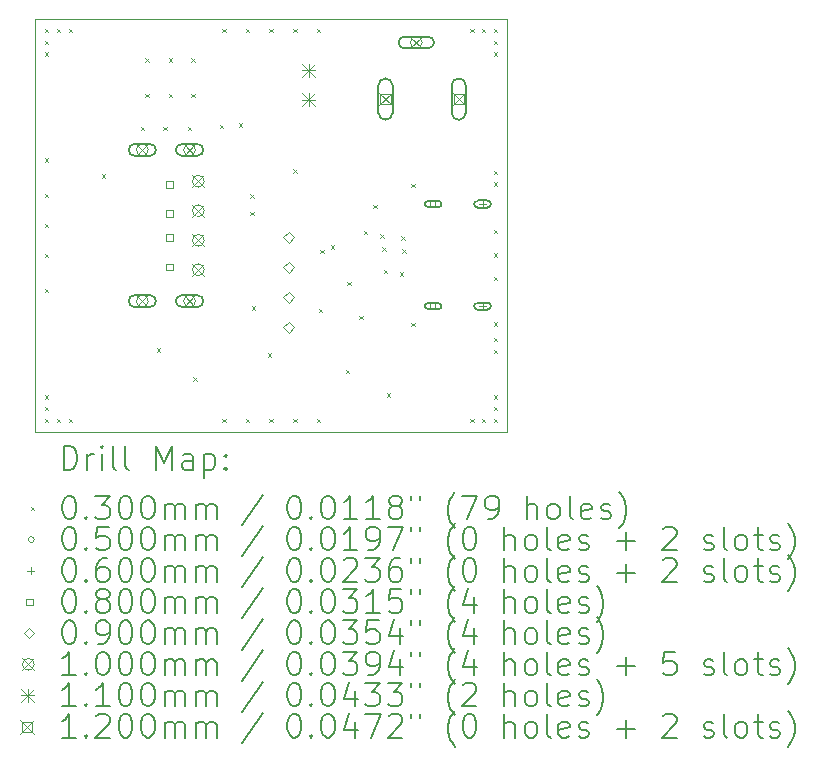
<source format=gbr>
%TF.GenerationSoftware,KiCad,Pcbnew,7.0.2*%
%TF.CreationDate,2023-11-10T23:31:00+01:00*%
%TF.ProjectId,PoweredUSB-Adapter,506f7765-7265-4645-9553-422d41646170,rev?*%
%TF.SameCoordinates,Original*%
%TF.FileFunction,Drillmap*%
%TF.FilePolarity,Positive*%
%FSLAX45Y45*%
G04 Gerber Fmt 4.5, Leading zero omitted, Abs format (unit mm)*
G04 Created by KiCad (PCBNEW 7.0.2) date 2023-11-10 23:31:00*
%MOMM*%
%LPD*%
G01*
G04 APERTURE LIST*
%ADD10C,0.100000*%
%ADD11C,0.200000*%
%ADD12C,0.030000*%
%ADD13C,0.050000*%
%ADD14C,0.060000*%
%ADD15C,0.080000*%
%ADD16C,0.090000*%
%ADD17C,0.110000*%
%ADD18C,0.120000*%
G04 APERTURE END LIST*
D10*
X10000000Y-6000000D02*
X10000000Y-9500000D01*
X10000000Y-9500000D02*
X14000000Y-9500000D01*
X14000000Y-9500000D02*
X14000000Y-6000000D01*
X14000000Y-6000000D02*
X10000000Y-6000000D01*
D11*
D12*
X10085000Y-6085000D02*
X10115000Y-6115000D01*
X10115000Y-6085000D02*
X10085000Y-6115000D01*
X10085000Y-6185000D02*
X10115000Y-6215000D01*
X10115000Y-6185000D02*
X10085000Y-6215000D01*
X10085000Y-6285000D02*
X10115000Y-6315000D01*
X10115000Y-6285000D02*
X10085000Y-6315000D01*
X10085000Y-7180000D02*
X10115000Y-7210000D01*
X10115000Y-7180000D02*
X10085000Y-7210000D01*
X10085000Y-7480000D02*
X10115000Y-7510000D01*
X10115000Y-7480000D02*
X10085000Y-7510000D01*
X10085000Y-7735000D02*
X10115000Y-7765000D01*
X10115000Y-7735000D02*
X10085000Y-7765000D01*
X10085000Y-7990000D02*
X10115000Y-8020000D01*
X10115000Y-7990000D02*
X10085000Y-8020000D01*
X10085000Y-8285000D02*
X10115000Y-8315000D01*
X10115000Y-8285000D02*
X10085000Y-8315000D01*
X10085000Y-9185000D02*
X10115000Y-9215000D01*
X10115000Y-9185000D02*
X10085000Y-9215000D01*
X10085000Y-9285000D02*
X10115000Y-9315000D01*
X10115000Y-9285000D02*
X10085000Y-9315000D01*
X10085000Y-9385000D02*
X10115000Y-9415000D01*
X10115000Y-9385000D02*
X10085000Y-9415000D01*
X10185000Y-6085000D02*
X10215000Y-6115000D01*
X10215000Y-6085000D02*
X10185000Y-6115000D01*
X10185000Y-9385000D02*
X10215000Y-9415000D01*
X10215000Y-9385000D02*
X10185000Y-9415000D01*
X10285000Y-6085000D02*
X10315000Y-6115000D01*
X10315000Y-6085000D02*
X10285000Y-6115000D01*
X10285000Y-9385000D02*
X10315000Y-9415000D01*
X10315000Y-9385000D02*
X10285000Y-9415000D01*
X10564500Y-7315000D02*
X10594500Y-7345000D01*
X10594500Y-7315000D02*
X10564500Y-7345000D01*
X10895000Y-6915000D02*
X10925000Y-6945000D01*
X10925000Y-6915000D02*
X10895000Y-6945000D01*
X10935000Y-6335000D02*
X10965000Y-6365000D01*
X10965000Y-6335000D02*
X10935000Y-6365000D01*
X10935000Y-6635000D02*
X10965000Y-6665000D01*
X10965000Y-6635000D02*
X10935000Y-6665000D01*
X11030000Y-8790000D02*
X11060000Y-8820000D01*
X11060000Y-8790000D02*
X11030000Y-8820000D01*
X11085000Y-6915000D02*
X11115000Y-6945000D01*
X11115000Y-6915000D02*
X11085000Y-6945000D01*
X11135000Y-6335000D02*
X11165000Y-6365000D01*
X11165000Y-6335000D02*
X11135000Y-6365000D01*
X11135000Y-6635000D02*
X11165000Y-6665000D01*
X11165000Y-6635000D02*
X11135000Y-6665000D01*
X11295000Y-6915000D02*
X11325000Y-6945000D01*
X11325000Y-6915000D02*
X11295000Y-6945000D01*
X11325000Y-6335000D02*
X11355000Y-6365000D01*
X11355000Y-6335000D02*
X11325000Y-6365000D01*
X11325000Y-6635000D02*
X11355000Y-6665000D01*
X11355000Y-6635000D02*
X11325000Y-6665000D01*
X11340000Y-9035000D02*
X11370000Y-9065000D01*
X11370000Y-9035000D02*
X11340000Y-9065000D01*
X11565000Y-6895000D02*
X11595000Y-6925000D01*
X11595000Y-6895000D02*
X11565000Y-6925000D01*
X11585000Y-6085000D02*
X11615000Y-6115000D01*
X11615000Y-6085000D02*
X11585000Y-6115000D01*
X11585000Y-9385000D02*
X11615000Y-9415000D01*
X11615000Y-9385000D02*
X11585000Y-9415000D01*
X11725000Y-6885000D02*
X11755000Y-6915000D01*
X11755000Y-6885000D02*
X11725000Y-6915000D01*
X11785000Y-6085000D02*
X11815000Y-6115000D01*
X11815000Y-6085000D02*
X11785000Y-6115000D01*
X11785000Y-9385000D02*
X11815000Y-9415000D01*
X11815000Y-9385000D02*
X11785000Y-9415000D01*
X11825000Y-7485000D02*
X11855000Y-7515000D01*
X11855000Y-7485000D02*
X11825000Y-7515000D01*
X11825000Y-7635000D02*
X11855000Y-7665000D01*
X11855000Y-7635000D02*
X11825000Y-7665000D01*
X11835000Y-8435000D02*
X11865000Y-8465000D01*
X11865000Y-8435000D02*
X11835000Y-8465000D01*
X11970000Y-8830000D02*
X12000000Y-8860000D01*
X12000000Y-8830000D02*
X11970000Y-8860000D01*
X11985000Y-6085000D02*
X12015000Y-6115000D01*
X12015000Y-6085000D02*
X11985000Y-6115000D01*
X11985000Y-9385000D02*
X12015000Y-9415000D01*
X12015000Y-9385000D02*
X11985000Y-9415000D01*
X12185000Y-6085000D02*
X12215000Y-6115000D01*
X12215000Y-6085000D02*
X12185000Y-6115000D01*
X12185000Y-7275000D02*
X12215000Y-7305000D01*
X12215000Y-7275000D02*
X12185000Y-7305000D01*
X12185000Y-9385000D02*
X12215000Y-9415000D01*
X12215000Y-9385000D02*
X12185000Y-9415000D01*
X12385000Y-6085000D02*
X12415000Y-6115000D01*
X12415000Y-6085000D02*
X12385000Y-6115000D01*
X12385000Y-9385000D02*
X12415000Y-9415000D01*
X12415000Y-9385000D02*
X12385000Y-9415000D01*
X12405000Y-8455000D02*
X12435000Y-8485000D01*
X12435000Y-8455000D02*
X12405000Y-8485000D01*
X12415000Y-7955000D02*
X12445000Y-7985000D01*
X12445000Y-7955000D02*
X12415000Y-7985000D01*
X12505000Y-7915000D02*
X12535000Y-7945000D01*
X12535000Y-7915000D02*
X12505000Y-7945000D01*
X12630000Y-8970000D02*
X12660000Y-9000000D01*
X12660000Y-8970000D02*
X12630000Y-9000000D01*
X12645000Y-8225000D02*
X12675000Y-8255000D01*
X12675000Y-8225000D02*
X12645000Y-8255000D01*
X12745000Y-8515000D02*
X12775000Y-8545000D01*
X12775000Y-8515000D02*
X12745000Y-8545000D01*
X12785000Y-7795000D02*
X12815000Y-7825000D01*
X12815000Y-7795000D02*
X12785000Y-7825000D01*
X12865000Y-7575000D02*
X12895000Y-7605000D01*
X12895000Y-7575000D02*
X12865000Y-7605000D01*
X12925000Y-7825000D02*
X12955000Y-7855000D01*
X12955000Y-7825000D02*
X12925000Y-7855000D01*
X12940000Y-7935000D02*
X12970000Y-7965000D01*
X12970000Y-7935000D02*
X12940000Y-7965000D01*
X12955000Y-8125000D02*
X12985000Y-8155000D01*
X12985000Y-8125000D02*
X12955000Y-8155000D01*
X12980000Y-9170000D02*
X13010000Y-9200000D01*
X13010000Y-9170000D02*
X12980000Y-9200000D01*
X13090000Y-8145000D02*
X13120000Y-8175000D01*
X13120000Y-8145000D02*
X13090000Y-8175000D01*
X13100000Y-7840000D02*
X13130000Y-7870000D01*
X13130000Y-7840000D02*
X13100000Y-7870000D01*
X13110000Y-7950000D02*
X13140000Y-7980000D01*
X13140000Y-7950000D02*
X13110000Y-7980000D01*
X13185000Y-7395000D02*
X13215000Y-7425000D01*
X13215000Y-7395000D02*
X13185000Y-7425000D01*
X13185000Y-8575000D02*
X13215000Y-8605000D01*
X13215000Y-8575000D02*
X13185000Y-8605000D01*
X13685000Y-6085000D02*
X13715000Y-6115000D01*
X13715000Y-6085000D02*
X13685000Y-6115000D01*
X13685000Y-9385000D02*
X13715000Y-9415000D01*
X13715000Y-9385000D02*
X13685000Y-9415000D01*
X13785000Y-6085000D02*
X13815000Y-6115000D01*
X13815000Y-6085000D02*
X13785000Y-6115000D01*
X13785000Y-9385000D02*
X13815000Y-9415000D01*
X13815000Y-9385000D02*
X13785000Y-9415000D01*
X13885000Y-6085000D02*
X13915000Y-6115000D01*
X13915000Y-6085000D02*
X13885000Y-6115000D01*
X13885000Y-6185000D02*
X13915000Y-6215000D01*
X13915000Y-6185000D02*
X13885000Y-6215000D01*
X13885000Y-6285000D02*
X13915000Y-6315000D01*
X13915000Y-6285000D02*
X13885000Y-6315000D01*
X13885000Y-7285000D02*
X13915000Y-7315000D01*
X13915000Y-7285000D02*
X13885000Y-7315000D01*
X13885000Y-7385000D02*
X13915000Y-7415000D01*
X13915000Y-7385000D02*
X13885000Y-7415000D01*
X13885000Y-7785000D02*
X13915000Y-7815000D01*
X13915000Y-7785000D02*
X13885000Y-7815000D01*
X13885000Y-7985000D02*
X13915000Y-8015000D01*
X13915000Y-7985000D02*
X13885000Y-8015000D01*
X13885000Y-8185000D02*
X13915000Y-8215000D01*
X13915000Y-8185000D02*
X13885000Y-8215000D01*
X13885000Y-8570000D02*
X13915000Y-8600000D01*
X13915000Y-8570000D02*
X13885000Y-8600000D01*
X13885000Y-8700000D02*
X13915000Y-8730000D01*
X13915000Y-8700000D02*
X13885000Y-8730000D01*
X13885000Y-8800000D02*
X13915000Y-8830000D01*
X13915000Y-8800000D02*
X13885000Y-8830000D01*
X13885000Y-9185000D02*
X13915000Y-9215000D01*
X13915000Y-9185000D02*
X13885000Y-9215000D01*
X13885000Y-9285000D02*
X13915000Y-9315000D01*
X13915000Y-9285000D02*
X13885000Y-9315000D01*
X13885000Y-9385000D02*
X13915000Y-9415000D01*
X13915000Y-9385000D02*
X13885000Y-9415000D01*
D13*
X13397000Y-7568000D02*
G75*
G03*
X13397000Y-7568000I-25000J0D01*
G01*
D11*
X13327000Y-7593000D02*
X13417000Y-7593000D01*
X13417000Y-7593000D02*
G75*
G03*
X13417000Y-7543000I0J25000D01*
G01*
X13417000Y-7543000D02*
X13327000Y-7543000D01*
X13327000Y-7543000D02*
G75*
G03*
X13327000Y-7593000I0J-25000D01*
G01*
D13*
X13397000Y-8432000D02*
G75*
G03*
X13397000Y-8432000I-25000J0D01*
G01*
D11*
X13327000Y-8457000D02*
X13417000Y-8457000D01*
X13417000Y-8457000D02*
G75*
G03*
X13417000Y-8407000I0J25000D01*
G01*
X13417000Y-8407000D02*
X13327000Y-8407000D01*
X13327000Y-8407000D02*
G75*
G03*
X13327000Y-8457000I0J-25000D01*
G01*
D14*
X13790000Y-7538000D02*
X13790000Y-7598000D01*
X13760000Y-7568000D02*
X13820000Y-7568000D01*
D11*
X13750000Y-7598000D02*
X13830000Y-7598000D01*
X13830000Y-7598000D02*
G75*
G03*
X13830000Y-7538000I0J30000D01*
G01*
X13830000Y-7538000D02*
X13750000Y-7538000D01*
X13750000Y-7538000D02*
G75*
G03*
X13750000Y-7598000I0J-30000D01*
G01*
D14*
X13790000Y-8402000D02*
X13790000Y-8462000D01*
X13760000Y-8432000D02*
X13820000Y-8432000D01*
D11*
X13750000Y-8462000D02*
X13830000Y-8462000D01*
X13830000Y-8462000D02*
G75*
G03*
X13830000Y-8402000I0J30000D01*
G01*
X13830000Y-8402000D02*
X13750000Y-8402000D01*
X13750000Y-8402000D02*
G75*
G03*
X13750000Y-8462000I0J-30000D01*
G01*
D15*
X11168785Y-7428284D02*
X11168785Y-7371715D01*
X11112216Y-7371715D01*
X11112216Y-7428284D01*
X11168785Y-7428284D01*
X11168785Y-7678284D02*
X11168785Y-7621715D01*
X11112216Y-7621715D01*
X11112216Y-7678284D01*
X11168785Y-7678284D01*
X11168785Y-7878284D02*
X11168785Y-7821715D01*
X11112216Y-7821715D01*
X11112216Y-7878284D01*
X11168785Y-7878284D01*
X11168785Y-8128284D02*
X11168785Y-8071715D01*
X11112216Y-8071715D01*
X11112216Y-8128284D01*
X11168785Y-8128284D01*
D16*
X12148420Y-7895000D02*
X12193420Y-7850000D01*
X12148420Y-7805000D01*
X12103420Y-7850000D01*
X12148420Y-7895000D01*
X12148420Y-8149000D02*
X12193420Y-8104000D01*
X12148420Y-8059000D01*
X12103420Y-8104000D01*
X12148420Y-8149000D01*
X12148420Y-8403000D02*
X12193420Y-8358000D01*
X12148420Y-8313000D01*
X12103420Y-8358000D01*
X12148420Y-8403000D01*
X12148420Y-8657000D02*
X12193420Y-8612000D01*
X12148420Y-8567000D01*
X12103420Y-8612000D01*
X12148420Y-8657000D01*
D10*
X10859500Y-7060000D02*
X10959500Y-7160000D01*
X10959500Y-7060000D02*
X10859500Y-7160000D01*
X10959500Y-7110000D02*
G75*
G03*
X10959500Y-7110000I-50000J0D01*
G01*
D11*
X10975070Y-7060000D02*
X10843930Y-7060000D01*
X10843930Y-7060000D02*
G75*
G03*
X10843930Y-7160000I0J-50000D01*
G01*
X10843930Y-7160000D02*
X10975070Y-7160000D01*
X10975070Y-7160000D02*
G75*
G03*
X10975070Y-7060000I0J50000D01*
G01*
D10*
X10859500Y-8340000D02*
X10959500Y-8440000D01*
X10959500Y-8340000D02*
X10859500Y-8440000D01*
X10959500Y-8390000D02*
G75*
G03*
X10959500Y-8390000I-50000J0D01*
G01*
D11*
X10975070Y-8340000D02*
X10843930Y-8340000D01*
X10843930Y-8340000D02*
G75*
G03*
X10843930Y-8440000I0J-50000D01*
G01*
X10843930Y-8440000D02*
X10975070Y-8440000D01*
X10975070Y-8440000D02*
G75*
G03*
X10975070Y-8340000I0J50000D01*
G01*
D10*
X11259500Y-7060000D02*
X11359500Y-7160000D01*
X11359500Y-7060000D02*
X11259500Y-7160000D01*
X11359500Y-7110000D02*
G75*
G03*
X11359500Y-7110000I-50000J0D01*
G01*
D11*
X11375070Y-7060000D02*
X11243930Y-7060000D01*
X11243930Y-7060000D02*
G75*
G03*
X11243930Y-7160000I0J-50000D01*
G01*
X11243930Y-7160000D02*
X11375070Y-7160000D01*
X11375070Y-7160000D02*
G75*
G03*
X11375070Y-7060000I0J50000D01*
G01*
D10*
X11259500Y-8340000D02*
X11359500Y-8440000D01*
X11359500Y-8340000D02*
X11259500Y-8440000D01*
X11359500Y-8390000D02*
G75*
G03*
X11359500Y-8390000I-50000J0D01*
G01*
D11*
X11375070Y-8340000D02*
X11243930Y-8340000D01*
X11243930Y-8340000D02*
G75*
G03*
X11243930Y-8440000I0J-50000D01*
G01*
X11243930Y-8440000D02*
X11375070Y-8440000D01*
X11375070Y-8440000D02*
G75*
G03*
X11375070Y-8340000I0J50000D01*
G01*
D10*
X11333500Y-7325000D02*
X11433500Y-7425000D01*
X11433500Y-7325000D02*
X11333500Y-7425000D01*
X11433500Y-7375000D02*
G75*
G03*
X11433500Y-7375000I-50000J0D01*
G01*
X11333500Y-7575000D02*
X11433500Y-7675000D01*
X11433500Y-7575000D02*
X11333500Y-7675000D01*
X11433500Y-7625000D02*
G75*
G03*
X11433500Y-7625000I-50000J0D01*
G01*
X11333500Y-7825000D02*
X11433500Y-7925000D01*
X11433500Y-7825000D02*
X11333500Y-7925000D01*
X11433500Y-7875000D02*
G75*
G03*
X11433500Y-7875000I-50000J0D01*
G01*
X11333500Y-8075000D02*
X11433500Y-8175000D01*
X11433500Y-8075000D02*
X11333500Y-8175000D01*
X11433500Y-8125000D02*
G75*
G03*
X11433500Y-8125000I-50000J0D01*
G01*
X13178420Y-6150000D02*
X13278420Y-6250000D01*
X13278420Y-6150000D02*
X13178420Y-6250000D01*
X13278420Y-6200000D02*
G75*
G03*
X13278420Y-6200000I-50000J0D01*
G01*
D11*
X13328420Y-6150000D02*
X13128420Y-6150000D01*
X13128420Y-6150000D02*
G75*
G03*
X13128420Y-6250000I0J-50000D01*
G01*
X13128420Y-6250000D02*
X13328420Y-6250000D01*
X13328420Y-6250000D02*
G75*
G03*
X13328420Y-6150000I0J50000D01*
G01*
D17*
X12263420Y-6380000D02*
X12373420Y-6490000D01*
X12373420Y-6380000D02*
X12263420Y-6490000D01*
X12318420Y-6380000D02*
X12318420Y-6490000D01*
X12263420Y-6435000D02*
X12373420Y-6435000D01*
X12263420Y-6630000D02*
X12373420Y-6740000D01*
X12373420Y-6630000D02*
X12263420Y-6740000D01*
X12318420Y-6630000D02*
X12318420Y-6740000D01*
X12263420Y-6685000D02*
X12373420Y-6685000D01*
D18*
X12908420Y-6620000D02*
X13028420Y-6740000D01*
X13028420Y-6620000D02*
X12908420Y-6740000D01*
X13010847Y-6722427D02*
X13010847Y-6637573D01*
X12925993Y-6637573D01*
X12925993Y-6722427D01*
X13010847Y-6722427D01*
D11*
X13028420Y-6795000D02*
X13028420Y-6565000D01*
X13028420Y-6565000D02*
G75*
G03*
X12908420Y-6565000I-60000J0D01*
G01*
X12908420Y-6565000D02*
X12908420Y-6795000D01*
X12908420Y-6795000D02*
G75*
G03*
X13028420Y-6795000I60000J0D01*
G01*
D18*
X13528420Y-6620000D02*
X13648420Y-6740000D01*
X13648420Y-6620000D02*
X13528420Y-6740000D01*
X13630847Y-6722427D02*
X13630847Y-6637573D01*
X13545993Y-6637573D01*
X13545993Y-6722427D01*
X13630847Y-6722427D01*
D11*
X13648420Y-6795000D02*
X13648420Y-6565000D01*
X13648420Y-6565000D02*
G75*
G03*
X13528420Y-6565000I-60000J0D01*
G01*
X13528420Y-6565000D02*
X13528420Y-6795000D01*
X13528420Y-6795000D02*
G75*
G03*
X13648420Y-6795000I60000J0D01*
G01*
X10242619Y-9817524D02*
X10242619Y-9617524D01*
X10242619Y-9617524D02*
X10290238Y-9617524D01*
X10290238Y-9617524D02*
X10318810Y-9627048D01*
X10318810Y-9627048D02*
X10337857Y-9646095D01*
X10337857Y-9646095D02*
X10347381Y-9665143D01*
X10347381Y-9665143D02*
X10356905Y-9703238D01*
X10356905Y-9703238D02*
X10356905Y-9731810D01*
X10356905Y-9731810D02*
X10347381Y-9769905D01*
X10347381Y-9769905D02*
X10337857Y-9788952D01*
X10337857Y-9788952D02*
X10318810Y-9808000D01*
X10318810Y-9808000D02*
X10290238Y-9817524D01*
X10290238Y-9817524D02*
X10242619Y-9817524D01*
X10442619Y-9817524D02*
X10442619Y-9684190D01*
X10442619Y-9722286D02*
X10452143Y-9703238D01*
X10452143Y-9703238D02*
X10461667Y-9693714D01*
X10461667Y-9693714D02*
X10480714Y-9684190D01*
X10480714Y-9684190D02*
X10499762Y-9684190D01*
X10566429Y-9817524D02*
X10566429Y-9684190D01*
X10566429Y-9617524D02*
X10556905Y-9627048D01*
X10556905Y-9627048D02*
X10566429Y-9636571D01*
X10566429Y-9636571D02*
X10575952Y-9627048D01*
X10575952Y-9627048D02*
X10566429Y-9617524D01*
X10566429Y-9617524D02*
X10566429Y-9636571D01*
X10690238Y-9817524D02*
X10671190Y-9808000D01*
X10671190Y-9808000D02*
X10661667Y-9788952D01*
X10661667Y-9788952D02*
X10661667Y-9617524D01*
X10795000Y-9817524D02*
X10775952Y-9808000D01*
X10775952Y-9808000D02*
X10766429Y-9788952D01*
X10766429Y-9788952D02*
X10766429Y-9617524D01*
X11023571Y-9817524D02*
X11023571Y-9617524D01*
X11023571Y-9617524D02*
X11090238Y-9760381D01*
X11090238Y-9760381D02*
X11156905Y-9617524D01*
X11156905Y-9617524D02*
X11156905Y-9817524D01*
X11337857Y-9817524D02*
X11337857Y-9712762D01*
X11337857Y-9712762D02*
X11328333Y-9693714D01*
X11328333Y-9693714D02*
X11309286Y-9684190D01*
X11309286Y-9684190D02*
X11271190Y-9684190D01*
X11271190Y-9684190D02*
X11252143Y-9693714D01*
X11337857Y-9808000D02*
X11318809Y-9817524D01*
X11318809Y-9817524D02*
X11271190Y-9817524D01*
X11271190Y-9817524D02*
X11252143Y-9808000D01*
X11252143Y-9808000D02*
X11242619Y-9788952D01*
X11242619Y-9788952D02*
X11242619Y-9769905D01*
X11242619Y-9769905D02*
X11252143Y-9750857D01*
X11252143Y-9750857D02*
X11271190Y-9741333D01*
X11271190Y-9741333D02*
X11318809Y-9741333D01*
X11318809Y-9741333D02*
X11337857Y-9731810D01*
X11433095Y-9684190D02*
X11433095Y-9884190D01*
X11433095Y-9693714D02*
X11452143Y-9684190D01*
X11452143Y-9684190D02*
X11490238Y-9684190D01*
X11490238Y-9684190D02*
X11509286Y-9693714D01*
X11509286Y-9693714D02*
X11518809Y-9703238D01*
X11518809Y-9703238D02*
X11528333Y-9722286D01*
X11528333Y-9722286D02*
X11528333Y-9779429D01*
X11528333Y-9779429D02*
X11518809Y-9798476D01*
X11518809Y-9798476D02*
X11509286Y-9808000D01*
X11509286Y-9808000D02*
X11490238Y-9817524D01*
X11490238Y-9817524D02*
X11452143Y-9817524D01*
X11452143Y-9817524D02*
X11433095Y-9808000D01*
X11614048Y-9798476D02*
X11623571Y-9808000D01*
X11623571Y-9808000D02*
X11614048Y-9817524D01*
X11614048Y-9817524D02*
X11604524Y-9808000D01*
X11604524Y-9808000D02*
X11614048Y-9798476D01*
X11614048Y-9798476D02*
X11614048Y-9817524D01*
X11614048Y-9693714D02*
X11623571Y-9703238D01*
X11623571Y-9703238D02*
X11614048Y-9712762D01*
X11614048Y-9712762D02*
X11604524Y-9703238D01*
X11604524Y-9703238D02*
X11614048Y-9693714D01*
X11614048Y-9693714D02*
X11614048Y-9712762D01*
D12*
X9965000Y-10130000D02*
X9995000Y-10160000D01*
X9995000Y-10130000D02*
X9965000Y-10160000D01*
D11*
X10280714Y-10037524D02*
X10299762Y-10037524D01*
X10299762Y-10037524D02*
X10318810Y-10047048D01*
X10318810Y-10047048D02*
X10328333Y-10056571D01*
X10328333Y-10056571D02*
X10337857Y-10075619D01*
X10337857Y-10075619D02*
X10347381Y-10113714D01*
X10347381Y-10113714D02*
X10347381Y-10161333D01*
X10347381Y-10161333D02*
X10337857Y-10199429D01*
X10337857Y-10199429D02*
X10328333Y-10218476D01*
X10328333Y-10218476D02*
X10318810Y-10228000D01*
X10318810Y-10228000D02*
X10299762Y-10237524D01*
X10299762Y-10237524D02*
X10280714Y-10237524D01*
X10280714Y-10237524D02*
X10261667Y-10228000D01*
X10261667Y-10228000D02*
X10252143Y-10218476D01*
X10252143Y-10218476D02*
X10242619Y-10199429D01*
X10242619Y-10199429D02*
X10233095Y-10161333D01*
X10233095Y-10161333D02*
X10233095Y-10113714D01*
X10233095Y-10113714D02*
X10242619Y-10075619D01*
X10242619Y-10075619D02*
X10252143Y-10056571D01*
X10252143Y-10056571D02*
X10261667Y-10047048D01*
X10261667Y-10047048D02*
X10280714Y-10037524D01*
X10433095Y-10218476D02*
X10442619Y-10228000D01*
X10442619Y-10228000D02*
X10433095Y-10237524D01*
X10433095Y-10237524D02*
X10423571Y-10228000D01*
X10423571Y-10228000D02*
X10433095Y-10218476D01*
X10433095Y-10218476D02*
X10433095Y-10237524D01*
X10509286Y-10037524D02*
X10633095Y-10037524D01*
X10633095Y-10037524D02*
X10566429Y-10113714D01*
X10566429Y-10113714D02*
X10595000Y-10113714D01*
X10595000Y-10113714D02*
X10614048Y-10123238D01*
X10614048Y-10123238D02*
X10623571Y-10132762D01*
X10623571Y-10132762D02*
X10633095Y-10151810D01*
X10633095Y-10151810D02*
X10633095Y-10199429D01*
X10633095Y-10199429D02*
X10623571Y-10218476D01*
X10623571Y-10218476D02*
X10614048Y-10228000D01*
X10614048Y-10228000D02*
X10595000Y-10237524D01*
X10595000Y-10237524D02*
X10537857Y-10237524D01*
X10537857Y-10237524D02*
X10518810Y-10228000D01*
X10518810Y-10228000D02*
X10509286Y-10218476D01*
X10756905Y-10037524D02*
X10775952Y-10037524D01*
X10775952Y-10037524D02*
X10795000Y-10047048D01*
X10795000Y-10047048D02*
X10804524Y-10056571D01*
X10804524Y-10056571D02*
X10814048Y-10075619D01*
X10814048Y-10075619D02*
X10823571Y-10113714D01*
X10823571Y-10113714D02*
X10823571Y-10161333D01*
X10823571Y-10161333D02*
X10814048Y-10199429D01*
X10814048Y-10199429D02*
X10804524Y-10218476D01*
X10804524Y-10218476D02*
X10795000Y-10228000D01*
X10795000Y-10228000D02*
X10775952Y-10237524D01*
X10775952Y-10237524D02*
X10756905Y-10237524D01*
X10756905Y-10237524D02*
X10737857Y-10228000D01*
X10737857Y-10228000D02*
X10728333Y-10218476D01*
X10728333Y-10218476D02*
X10718810Y-10199429D01*
X10718810Y-10199429D02*
X10709286Y-10161333D01*
X10709286Y-10161333D02*
X10709286Y-10113714D01*
X10709286Y-10113714D02*
X10718810Y-10075619D01*
X10718810Y-10075619D02*
X10728333Y-10056571D01*
X10728333Y-10056571D02*
X10737857Y-10047048D01*
X10737857Y-10047048D02*
X10756905Y-10037524D01*
X10947381Y-10037524D02*
X10966429Y-10037524D01*
X10966429Y-10037524D02*
X10985476Y-10047048D01*
X10985476Y-10047048D02*
X10995000Y-10056571D01*
X10995000Y-10056571D02*
X11004524Y-10075619D01*
X11004524Y-10075619D02*
X11014048Y-10113714D01*
X11014048Y-10113714D02*
X11014048Y-10161333D01*
X11014048Y-10161333D02*
X11004524Y-10199429D01*
X11004524Y-10199429D02*
X10995000Y-10218476D01*
X10995000Y-10218476D02*
X10985476Y-10228000D01*
X10985476Y-10228000D02*
X10966429Y-10237524D01*
X10966429Y-10237524D02*
X10947381Y-10237524D01*
X10947381Y-10237524D02*
X10928333Y-10228000D01*
X10928333Y-10228000D02*
X10918810Y-10218476D01*
X10918810Y-10218476D02*
X10909286Y-10199429D01*
X10909286Y-10199429D02*
X10899762Y-10161333D01*
X10899762Y-10161333D02*
X10899762Y-10113714D01*
X10899762Y-10113714D02*
X10909286Y-10075619D01*
X10909286Y-10075619D02*
X10918810Y-10056571D01*
X10918810Y-10056571D02*
X10928333Y-10047048D01*
X10928333Y-10047048D02*
X10947381Y-10037524D01*
X11099762Y-10237524D02*
X11099762Y-10104190D01*
X11099762Y-10123238D02*
X11109286Y-10113714D01*
X11109286Y-10113714D02*
X11128333Y-10104190D01*
X11128333Y-10104190D02*
X11156905Y-10104190D01*
X11156905Y-10104190D02*
X11175952Y-10113714D01*
X11175952Y-10113714D02*
X11185476Y-10132762D01*
X11185476Y-10132762D02*
X11185476Y-10237524D01*
X11185476Y-10132762D02*
X11195000Y-10113714D01*
X11195000Y-10113714D02*
X11214048Y-10104190D01*
X11214048Y-10104190D02*
X11242619Y-10104190D01*
X11242619Y-10104190D02*
X11261667Y-10113714D01*
X11261667Y-10113714D02*
X11271190Y-10132762D01*
X11271190Y-10132762D02*
X11271190Y-10237524D01*
X11366429Y-10237524D02*
X11366429Y-10104190D01*
X11366429Y-10123238D02*
X11375952Y-10113714D01*
X11375952Y-10113714D02*
X11395000Y-10104190D01*
X11395000Y-10104190D02*
X11423571Y-10104190D01*
X11423571Y-10104190D02*
X11442619Y-10113714D01*
X11442619Y-10113714D02*
X11452143Y-10132762D01*
X11452143Y-10132762D02*
X11452143Y-10237524D01*
X11452143Y-10132762D02*
X11461667Y-10113714D01*
X11461667Y-10113714D02*
X11480714Y-10104190D01*
X11480714Y-10104190D02*
X11509286Y-10104190D01*
X11509286Y-10104190D02*
X11528333Y-10113714D01*
X11528333Y-10113714D02*
X11537857Y-10132762D01*
X11537857Y-10132762D02*
X11537857Y-10237524D01*
X11928333Y-10028000D02*
X11756905Y-10285143D01*
X12185476Y-10037524D02*
X12204524Y-10037524D01*
X12204524Y-10037524D02*
X12223572Y-10047048D01*
X12223572Y-10047048D02*
X12233095Y-10056571D01*
X12233095Y-10056571D02*
X12242619Y-10075619D01*
X12242619Y-10075619D02*
X12252143Y-10113714D01*
X12252143Y-10113714D02*
X12252143Y-10161333D01*
X12252143Y-10161333D02*
X12242619Y-10199429D01*
X12242619Y-10199429D02*
X12233095Y-10218476D01*
X12233095Y-10218476D02*
X12223572Y-10228000D01*
X12223572Y-10228000D02*
X12204524Y-10237524D01*
X12204524Y-10237524D02*
X12185476Y-10237524D01*
X12185476Y-10237524D02*
X12166429Y-10228000D01*
X12166429Y-10228000D02*
X12156905Y-10218476D01*
X12156905Y-10218476D02*
X12147381Y-10199429D01*
X12147381Y-10199429D02*
X12137857Y-10161333D01*
X12137857Y-10161333D02*
X12137857Y-10113714D01*
X12137857Y-10113714D02*
X12147381Y-10075619D01*
X12147381Y-10075619D02*
X12156905Y-10056571D01*
X12156905Y-10056571D02*
X12166429Y-10047048D01*
X12166429Y-10047048D02*
X12185476Y-10037524D01*
X12337857Y-10218476D02*
X12347381Y-10228000D01*
X12347381Y-10228000D02*
X12337857Y-10237524D01*
X12337857Y-10237524D02*
X12328333Y-10228000D01*
X12328333Y-10228000D02*
X12337857Y-10218476D01*
X12337857Y-10218476D02*
X12337857Y-10237524D01*
X12471191Y-10037524D02*
X12490238Y-10037524D01*
X12490238Y-10037524D02*
X12509286Y-10047048D01*
X12509286Y-10047048D02*
X12518810Y-10056571D01*
X12518810Y-10056571D02*
X12528333Y-10075619D01*
X12528333Y-10075619D02*
X12537857Y-10113714D01*
X12537857Y-10113714D02*
X12537857Y-10161333D01*
X12537857Y-10161333D02*
X12528333Y-10199429D01*
X12528333Y-10199429D02*
X12518810Y-10218476D01*
X12518810Y-10218476D02*
X12509286Y-10228000D01*
X12509286Y-10228000D02*
X12490238Y-10237524D01*
X12490238Y-10237524D02*
X12471191Y-10237524D01*
X12471191Y-10237524D02*
X12452143Y-10228000D01*
X12452143Y-10228000D02*
X12442619Y-10218476D01*
X12442619Y-10218476D02*
X12433095Y-10199429D01*
X12433095Y-10199429D02*
X12423572Y-10161333D01*
X12423572Y-10161333D02*
X12423572Y-10113714D01*
X12423572Y-10113714D02*
X12433095Y-10075619D01*
X12433095Y-10075619D02*
X12442619Y-10056571D01*
X12442619Y-10056571D02*
X12452143Y-10047048D01*
X12452143Y-10047048D02*
X12471191Y-10037524D01*
X12728333Y-10237524D02*
X12614048Y-10237524D01*
X12671191Y-10237524D02*
X12671191Y-10037524D01*
X12671191Y-10037524D02*
X12652143Y-10066095D01*
X12652143Y-10066095D02*
X12633095Y-10085143D01*
X12633095Y-10085143D02*
X12614048Y-10094667D01*
X12918810Y-10237524D02*
X12804524Y-10237524D01*
X12861667Y-10237524D02*
X12861667Y-10037524D01*
X12861667Y-10037524D02*
X12842619Y-10066095D01*
X12842619Y-10066095D02*
X12823572Y-10085143D01*
X12823572Y-10085143D02*
X12804524Y-10094667D01*
X13033095Y-10123238D02*
X13014048Y-10113714D01*
X13014048Y-10113714D02*
X13004524Y-10104190D01*
X13004524Y-10104190D02*
X12995000Y-10085143D01*
X12995000Y-10085143D02*
X12995000Y-10075619D01*
X12995000Y-10075619D02*
X13004524Y-10056571D01*
X13004524Y-10056571D02*
X13014048Y-10047048D01*
X13014048Y-10047048D02*
X13033095Y-10037524D01*
X13033095Y-10037524D02*
X13071191Y-10037524D01*
X13071191Y-10037524D02*
X13090238Y-10047048D01*
X13090238Y-10047048D02*
X13099762Y-10056571D01*
X13099762Y-10056571D02*
X13109286Y-10075619D01*
X13109286Y-10075619D02*
X13109286Y-10085143D01*
X13109286Y-10085143D02*
X13099762Y-10104190D01*
X13099762Y-10104190D02*
X13090238Y-10113714D01*
X13090238Y-10113714D02*
X13071191Y-10123238D01*
X13071191Y-10123238D02*
X13033095Y-10123238D01*
X13033095Y-10123238D02*
X13014048Y-10132762D01*
X13014048Y-10132762D02*
X13004524Y-10142286D01*
X13004524Y-10142286D02*
X12995000Y-10161333D01*
X12995000Y-10161333D02*
X12995000Y-10199429D01*
X12995000Y-10199429D02*
X13004524Y-10218476D01*
X13004524Y-10218476D02*
X13014048Y-10228000D01*
X13014048Y-10228000D02*
X13033095Y-10237524D01*
X13033095Y-10237524D02*
X13071191Y-10237524D01*
X13071191Y-10237524D02*
X13090238Y-10228000D01*
X13090238Y-10228000D02*
X13099762Y-10218476D01*
X13099762Y-10218476D02*
X13109286Y-10199429D01*
X13109286Y-10199429D02*
X13109286Y-10161333D01*
X13109286Y-10161333D02*
X13099762Y-10142286D01*
X13099762Y-10142286D02*
X13090238Y-10132762D01*
X13090238Y-10132762D02*
X13071191Y-10123238D01*
X13185476Y-10037524D02*
X13185476Y-10075619D01*
X13261667Y-10037524D02*
X13261667Y-10075619D01*
X13556905Y-10313714D02*
X13547381Y-10304190D01*
X13547381Y-10304190D02*
X13528334Y-10275619D01*
X13528334Y-10275619D02*
X13518810Y-10256571D01*
X13518810Y-10256571D02*
X13509286Y-10228000D01*
X13509286Y-10228000D02*
X13499762Y-10180381D01*
X13499762Y-10180381D02*
X13499762Y-10142286D01*
X13499762Y-10142286D02*
X13509286Y-10094667D01*
X13509286Y-10094667D02*
X13518810Y-10066095D01*
X13518810Y-10066095D02*
X13528334Y-10047048D01*
X13528334Y-10047048D02*
X13547381Y-10018476D01*
X13547381Y-10018476D02*
X13556905Y-10008952D01*
X13614048Y-10037524D02*
X13747381Y-10037524D01*
X13747381Y-10037524D02*
X13661667Y-10237524D01*
X13833095Y-10237524D02*
X13871191Y-10237524D01*
X13871191Y-10237524D02*
X13890238Y-10228000D01*
X13890238Y-10228000D02*
X13899762Y-10218476D01*
X13899762Y-10218476D02*
X13918810Y-10189905D01*
X13918810Y-10189905D02*
X13928334Y-10151810D01*
X13928334Y-10151810D02*
X13928334Y-10075619D01*
X13928334Y-10075619D02*
X13918810Y-10056571D01*
X13918810Y-10056571D02*
X13909286Y-10047048D01*
X13909286Y-10047048D02*
X13890238Y-10037524D01*
X13890238Y-10037524D02*
X13852143Y-10037524D01*
X13852143Y-10037524D02*
X13833095Y-10047048D01*
X13833095Y-10047048D02*
X13823572Y-10056571D01*
X13823572Y-10056571D02*
X13814048Y-10075619D01*
X13814048Y-10075619D02*
X13814048Y-10123238D01*
X13814048Y-10123238D02*
X13823572Y-10142286D01*
X13823572Y-10142286D02*
X13833095Y-10151810D01*
X13833095Y-10151810D02*
X13852143Y-10161333D01*
X13852143Y-10161333D02*
X13890238Y-10161333D01*
X13890238Y-10161333D02*
X13909286Y-10151810D01*
X13909286Y-10151810D02*
X13918810Y-10142286D01*
X13918810Y-10142286D02*
X13928334Y-10123238D01*
X14166429Y-10237524D02*
X14166429Y-10037524D01*
X14252143Y-10237524D02*
X14252143Y-10132762D01*
X14252143Y-10132762D02*
X14242619Y-10113714D01*
X14242619Y-10113714D02*
X14223572Y-10104190D01*
X14223572Y-10104190D02*
X14195000Y-10104190D01*
X14195000Y-10104190D02*
X14175953Y-10113714D01*
X14175953Y-10113714D02*
X14166429Y-10123238D01*
X14375953Y-10237524D02*
X14356905Y-10228000D01*
X14356905Y-10228000D02*
X14347381Y-10218476D01*
X14347381Y-10218476D02*
X14337857Y-10199429D01*
X14337857Y-10199429D02*
X14337857Y-10142286D01*
X14337857Y-10142286D02*
X14347381Y-10123238D01*
X14347381Y-10123238D02*
X14356905Y-10113714D01*
X14356905Y-10113714D02*
X14375953Y-10104190D01*
X14375953Y-10104190D02*
X14404524Y-10104190D01*
X14404524Y-10104190D02*
X14423572Y-10113714D01*
X14423572Y-10113714D02*
X14433096Y-10123238D01*
X14433096Y-10123238D02*
X14442619Y-10142286D01*
X14442619Y-10142286D02*
X14442619Y-10199429D01*
X14442619Y-10199429D02*
X14433096Y-10218476D01*
X14433096Y-10218476D02*
X14423572Y-10228000D01*
X14423572Y-10228000D02*
X14404524Y-10237524D01*
X14404524Y-10237524D02*
X14375953Y-10237524D01*
X14556905Y-10237524D02*
X14537857Y-10228000D01*
X14537857Y-10228000D02*
X14528334Y-10208952D01*
X14528334Y-10208952D02*
X14528334Y-10037524D01*
X14709286Y-10228000D02*
X14690238Y-10237524D01*
X14690238Y-10237524D02*
X14652143Y-10237524D01*
X14652143Y-10237524D02*
X14633096Y-10228000D01*
X14633096Y-10228000D02*
X14623572Y-10208952D01*
X14623572Y-10208952D02*
X14623572Y-10132762D01*
X14623572Y-10132762D02*
X14633096Y-10113714D01*
X14633096Y-10113714D02*
X14652143Y-10104190D01*
X14652143Y-10104190D02*
X14690238Y-10104190D01*
X14690238Y-10104190D02*
X14709286Y-10113714D01*
X14709286Y-10113714D02*
X14718810Y-10132762D01*
X14718810Y-10132762D02*
X14718810Y-10151810D01*
X14718810Y-10151810D02*
X14623572Y-10170857D01*
X14795000Y-10228000D02*
X14814048Y-10237524D01*
X14814048Y-10237524D02*
X14852143Y-10237524D01*
X14852143Y-10237524D02*
X14871191Y-10228000D01*
X14871191Y-10228000D02*
X14880715Y-10208952D01*
X14880715Y-10208952D02*
X14880715Y-10199429D01*
X14880715Y-10199429D02*
X14871191Y-10180381D01*
X14871191Y-10180381D02*
X14852143Y-10170857D01*
X14852143Y-10170857D02*
X14823572Y-10170857D01*
X14823572Y-10170857D02*
X14804524Y-10161333D01*
X14804524Y-10161333D02*
X14795000Y-10142286D01*
X14795000Y-10142286D02*
X14795000Y-10132762D01*
X14795000Y-10132762D02*
X14804524Y-10113714D01*
X14804524Y-10113714D02*
X14823572Y-10104190D01*
X14823572Y-10104190D02*
X14852143Y-10104190D01*
X14852143Y-10104190D02*
X14871191Y-10113714D01*
X14947381Y-10313714D02*
X14956905Y-10304190D01*
X14956905Y-10304190D02*
X14975953Y-10275619D01*
X14975953Y-10275619D02*
X14985477Y-10256571D01*
X14985477Y-10256571D02*
X14995000Y-10228000D01*
X14995000Y-10228000D02*
X15004524Y-10180381D01*
X15004524Y-10180381D02*
X15004524Y-10142286D01*
X15004524Y-10142286D02*
X14995000Y-10094667D01*
X14995000Y-10094667D02*
X14985477Y-10066095D01*
X14985477Y-10066095D02*
X14975953Y-10047048D01*
X14975953Y-10047048D02*
X14956905Y-10018476D01*
X14956905Y-10018476D02*
X14947381Y-10008952D01*
D13*
X9995000Y-10409000D02*
G75*
G03*
X9995000Y-10409000I-25000J0D01*
G01*
D11*
X10280714Y-10301524D02*
X10299762Y-10301524D01*
X10299762Y-10301524D02*
X10318810Y-10311048D01*
X10318810Y-10311048D02*
X10328333Y-10320571D01*
X10328333Y-10320571D02*
X10337857Y-10339619D01*
X10337857Y-10339619D02*
X10347381Y-10377714D01*
X10347381Y-10377714D02*
X10347381Y-10425333D01*
X10347381Y-10425333D02*
X10337857Y-10463429D01*
X10337857Y-10463429D02*
X10328333Y-10482476D01*
X10328333Y-10482476D02*
X10318810Y-10492000D01*
X10318810Y-10492000D02*
X10299762Y-10501524D01*
X10299762Y-10501524D02*
X10280714Y-10501524D01*
X10280714Y-10501524D02*
X10261667Y-10492000D01*
X10261667Y-10492000D02*
X10252143Y-10482476D01*
X10252143Y-10482476D02*
X10242619Y-10463429D01*
X10242619Y-10463429D02*
X10233095Y-10425333D01*
X10233095Y-10425333D02*
X10233095Y-10377714D01*
X10233095Y-10377714D02*
X10242619Y-10339619D01*
X10242619Y-10339619D02*
X10252143Y-10320571D01*
X10252143Y-10320571D02*
X10261667Y-10311048D01*
X10261667Y-10311048D02*
X10280714Y-10301524D01*
X10433095Y-10482476D02*
X10442619Y-10492000D01*
X10442619Y-10492000D02*
X10433095Y-10501524D01*
X10433095Y-10501524D02*
X10423571Y-10492000D01*
X10423571Y-10492000D02*
X10433095Y-10482476D01*
X10433095Y-10482476D02*
X10433095Y-10501524D01*
X10623571Y-10301524D02*
X10528333Y-10301524D01*
X10528333Y-10301524D02*
X10518810Y-10396762D01*
X10518810Y-10396762D02*
X10528333Y-10387238D01*
X10528333Y-10387238D02*
X10547381Y-10377714D01*
X10547381Y-10377714D02*
X10595000Y-10377714D01*
X10595000Y-10377714D02*
X10614048Y-10387238D01*
X10614048Y-10387238D02*
X10623571Y-10396762D01*
X10623571Y-10396762D02*
X10633095Y-10415810D01*
X10633095Y-10415810D02*
X10633095Y-10463429D01*
X10633095Y-10463429D02*
X10623571Y-10482476D01*
X10623571Y-10482476D02*
X10614048Y-10492000D01*
X10614048Y-10492000D02*
X10595000Y-10501524D01*
X10595000Y-10501524D02*
X10547381Y-10501524D01*
X10547381Y-10501524D02*
X10528333Y-10492000D01*
X10528333Y-10492000D02*
X10518810Y-10482476D01*
X10756905Y-10301524D02*
X10775952Y-10301524D01*
X10775952Y-10301524D02*
X10795000Y-10311048D01*
X10795000Y-10311048D02*
X10804524Y-10320571D01*
X10804524Y-10320571D02*
X10814048Y-10339619D01*
X10814048Y-10339619D02*
X10823571Y-10377714D01*
X10823571Y-10377714D02*
X10823571Y-10425333D01*
X10823571Y-10425333D02*
X10814048Y-10463429D01*
X10814048Y-10463429D02*
X10804524Y-10482476D01*
X10804524Y-10482476D02*
X10795000Y-10492000D01*
X10795000Y-10492000D02*
X10775952Y-10501524D01*
X10775952Y-10501524D02*
X10756905Y-10501524D01*
X10756905Y-10501524D02*
X10737857Y-10492000D01*
X10737857Y-10492000D02*
X10728333Y-10482476D01*
X10728333Y-10482476D02*
X10718810Y-10463429D01*
X10718810Y-10463429D02*
X10709286Y-10425333D01*
X10709286Y-10425333D02*
X10709286Y-10377714D01*
X10709286Y-10377714D02*
X10718810Y-10339619D01*
X10718810Y-10339619D02*
X10728333Y-10320571D01*
X10728333Y-10320571D02*
X10737857Y-10311048D01*
X10737857Y-10311048D02*
X10756905Y-10301524D01*
X10947381Y-10301524D02*
X10966429Y-10301524D01*
X10966429Y-10301524D02*
X10985476Y-10311048D01*
X10985476Y-10311048D02*
X10995000Y-10320571D01*
X10995000Y-10320571D02*
X11004524Y-10339619D01*
X11004524Y-10339619D02*
X11014048Y-10377714D01*
X11014048Y-10377714D02*
X11014048Y-10425333D01*
X11014048Y-10425333D02*
X11004524Y-10463429D01*
X11004524Y-10463429D02*
X10995000Y-10482476D01*
X10995000Y-10482476D02*
X10985476Y-10492000D01*
X10985476Y-10492000D02*
X10966429Y-10501524D01*
X10966429Y-10501524D02*
X10947381Y-10501524D01*
X10947381Y-10501524D02*
X10928333Y-10492000D01*
X10928333Y-10492000D02*
X10918810Y-10482476D01*
X10918810Y-10482476D02*
X10909286Y-10463429D01*
X10909286Y-10463429D02*
X10899762Y-10425333D01*
X10899762Y-10425333D02*
X10899762Y-10377714D01*
X10899762Y-10377714D02*
X10909286Y-10339619D01*
X10909286Y-10339619D02*
X10918810Y-10320571D01*
X10918810Y-10320571D02*
X10928333Y-10311048D01*
X10928333Y-10311048D02*
X10947381Y-10301524D01*
X11099762Y-10501524D02*
X11099762Y-10368190D01*
X11099762Y-10387238D02*
X11109286Y-10377714D01*
X11109286Y-10377714D02*
X11128333Y-10368190D01*
X11128333Y-10368190D02*
X11156905Y-10368190D01*
X11156905Y-10368190D02*
X11175952Y-10377714D01*
X11175952Y-10377714D02*
X11185476Y-10396762D01*
X11185476Y-10396762D02*
X11185476Y-10501524D01*
X11185476Y-10396762D02*
X11195000Y-10377714D01*
X11195000Y-10377714D02*
X11214048Y-10368190D01*
X11214048Y-10368190D02*
X11242619Y-10368190D01*
X11242619Y-10368190D02*
X11261667Y-10377714D01*
X11261667Y-10377714D02*
X11271190Y-10396762D01*
X11271190Y-10396762D02*
X11271190Y-10501524D01*
X11366429Y-10501524D02*
X11366429Y-10368190D01*
X11366429Y-10387238D02*
X11375952Y-10377714D01*
X11375952Y-10377714D02*
X11395000Y-10368190D01*
X11395000Y-10368190D02*
X11423571Y-10368190D01*
X11423571Y-10368190D02*
X11442619Y-10377714D01*
X11442619Y-10377714D02*
X11452143Y-10396762D01*
X11452143Y-10396762D02*
X11452143Y-10501524D01*
X11452143Y-10396762D02*
X11461667Y-10377714D01*
X11461667Y-10377714D02*
X11480714Y-10368190D01*
X11480714Y-10368190D02*
X11509286Y-10368190D01*
X11509286Y-10368190D02*
X11528333Y-10377714D01*
X11528333Y-10377714D02*
X11537857Y-10396762D01*
X11537857Y-10396762D02*
X11537857Y-10501524D01*
X11928333Y-10292000D02*
X11756905Y-10549143D01*
X12185476Y-10301524D02*
X12204524Y-10301524D01*
X12204524Y-10301524D02*
X12223572Y-10311048D01*
X12223572Y-10311048D02*
X12233095Y-10320571D01*
X12233095Y-10320571D02*
X12242619Y-10339619D01*
X12242619Y-10339619D02*
X12252143Y-10377714D01*
X12252143Y-10377714D02*
X12252143Y-10425333D01*
X12252143Y-10425333D02*
X12242619Y-10463429D01*
X12242619Y-10463429D02*
X12233095Y-10482476D01*
X12233095Y-10482476D02*
X12223572Y-10492000D01*
X12223572Y-10492000D02*
X12204524Y-10501524D01*
X12204524Y-10501524D02*
X12185476Y-10501524D01*
X12185476Y-10501524D02*
X12166429Y-10492000D01*
X12166429Y-10492000D02*
X12156905Y-10482476D01*
X12156905Y-10482476D02*
X12147381Y-10463429D01*
X12147381Y-10463429D02*
X12137857Y-10425333D01*
X12137857Y-10425333D02*
X12137857Y-10377714D01*
X12137857Y-10377714D02*
X12147381Y-10339619D01*
X12147381Y-10339619D02*
X12156905Y-10320571D01*
X12156905Y-10320571D02*
X12166429Y-10311048D01*
X12166429Y-10311048D02*
X12185476Y-10301524D01*
X12337857Y-10482476D02*
X12347381Y-10492000D01*
X12347381Y-10492000D02*
X12337857Y-10501524D01*
X12337857Y-10501524D02*
X12328333Y-10492000D01*
X12328333Y-10492000D02*
X12337857Y-10482476D01*
X12337857Y-10482476D02*
X12337857Y-10501524D01*
X12471191Y-10301524D02*
X12490238Y-10301524D01*
X12490238Y-10301524D02*
X12509286Y-10311048D01*
X12509286Y-10311048D02*
X12518810Y-10320571D01*
X12518810Y-10320571D02*
X12528333Y-10339619D01*
X12528333Y-10339619D02*
X12537857Y-10377714D01*
X12537857Y-10377714D02*
X12537857Y-10425333D01*
X12537857Y-10425333D02*
X12528333Y-10463429D01*
X12528333Y-10463429D02*
X12518810Y-10482476D01*
X12518810Y-10482476D02*
X12509286Y-10492000D01*
X12509286Y-10492000D02*
X12490238Y-10501524D01*
X12490238Y-10501524D02*
X12471191Y-10501524D01*
X12471191Y-10501524D02*
X12452143Y-10492000D01*
X12452143Y-10492000D02*
X12442619Y-10482476D01*
X12442619Y-10482476D02*
X12433095Y-10463429D01*
X12433095Y-10463429D02*
X12423572Y-10425333D01*
X12423572Y-10425333D02*
X12423572Y-10377714D01*
X12423572Y-10377714D02*
X12433095Y-10339619D01*
X12433095Y-10339619D02*
X12442619Y-10320571D01*
X12442619Y-10320571D02*
X12452143Y-10311048D01*
X12452143Y-10311048D02*
X12471191Y-10301524D01*
X12728333Y-10501524D02*
X12614048Y-10501524D01*
X12671191Y-10501524D02*
X12671191Y-10301524D01*
X12671191Y-10301524D02*
X12652143Y-10330095D01*
X12652143Y-10330095D02*
X12633095Y-10349143D01*
X12633095Y-10349143D02*
X12614048Y-10358667D01*
X12823572Y-10501524D02*
X12861667Y-10501524D01*
X12861667Y-10501524D02*
X12880714Y-10492000D01*
X12880714Y-10492000D02*
X12890238Y-10482476D01*
X12890238Y-10482476D02*
X12909286Y-10453905D01*
X12909286Y-10453905D02*
X12918810Y-10415810D01*
X12918810Y-10415810D02*
X12918810Y-10339619D01*
X12918810Y-10339619D02*
X12909286Y-10320571D01*
X12909286Y-10320571D02*
X12899762Y-10311048D01*
X12899762Y-10311048D02*
X12880714Y-10301524D01*
X12880714Y-10301524D02*
X12842619Y-10301524D01*
X12842619Y-10301524D02*
X12823572Y-10311048D01*
X12823572Y-10311048D02*
X12814048Y-10320571D01*
X12814048Y-10320571D02*
X12804524Y-10339619D01*
X12804524Y-10339619D02*
X12804524Y-10387238D01*
X12804524Y-10387238D02*
X12814048Y-10406286D01*
X12814048Y-10406286D02*
X12823572Y-10415810D01*
X12823572Y-10415810D02*
X12842619Y-10425333D01*
X12842619Y-10425333D02*
X12880714Y-10425333D01*
X12880714Y-10425333D02*
X12899762Y-10415810D01*
X12899762Y-10415810D02*
X12909286Y-10406286D01*
X12909286Y-10406286D02*
X12918810Y-10387238D01*
X12985476Y-10301524D02*
X13118810Y-10301524D01*
X13118810Y-10301524D02*
X13033095Y-10501524D01*
X13185476Y-10301524D02*
X13185476Y-10339619D01*
X13261667Y-10301524D02*
X13261667Y-10339619D01*
X13556905Y-10577714D02*
X13547381Y-10568190D01*
X13547381Y-10568190D02*
X13528334Y-10539619D01*
X13528334Y-10539619D02*
X13518810Y-10520571D01*
X13518810Y-10520571D02*
X13509286Y-10492000D01*
X13509286Y-10492000D02*
X13499762Y-10444381D01*
X13499762Y-10444381D02*
X13499762Y-10406286D01*
X13499762Y-10406286D02*
X13509286Y-10358667D01*
X13509286Y-10358667D02*
X13518810Y-10330095D01*
X13518810Y-10330095D02*
X13528334Y-10311048D01*
X13528334Y-10311048D02*
X13547381Y-10282476D01*
X13547381Y-10282476D02*
X13556905Y-10272952D01*
X13671191Y-10301524D02*
X13690238Y-10301524D01*
X13690238Y-10301524D02*
X13709286Y-10311048D01*
X13709286Y-10311048D02*
X13718810Y-10320571D01*
X13718810Y-10320571D02*
X13728334Y-10339619D01*
X13728334Y-10339619D02*
X13737857Y-10377714D01*
X13737857Y-10377714D02*
X13737857Y-10425333D01*
X13737857Y-10425333D02*
X13728334Y-10463429D01*
X13728334Y-10463429D02*
X13718810Y-10482476D01*
X13718810Y-10482476D02*
X13709286Y-10492000D01*
X13709286Y-10492000D02*
X13690238Y-10501524D01*
X13690238Y-10501524D02*
X13671191Y-10501524D01*
X13671191Y-10501524D02*
X13652143Y-10492000D01*
X13652143Y-10492000D02*
X13642619Y-10482476D01*
X13642619Y-10482476D02*
X13633095Y-10463429D01*
X13633095Y-10463429D02*
X13623572Y-10425333D01*
X13623572Y-10425333D02*
X13623572Y-10377714D01*
X13623572Y-10377714D02*
X13633095Y-10339619D01*
X13633095Y-10339619D02*
X13642619Y-10320571D01*
X13642619Y-10320571D02*
X13652143Y-10311048D01*
X13652143Y-10311048D02*
X13671191Y-10301524D01*
X13975953Y-10501524D02*
X13975953Y-10301524D01*
X14061667Y-10501524D02*
X14061667Y-10396762D01*
X14061667Y-10396762D02*
X14052143Y-10377714D01*
X14052143Y-10377714D02*
X14033096Y-10368190D01*
X14033096Y-10368190D02*
X14004524Y-10368190D01*
X14004524Y-10368190D02*
X13985476Y-10377714D01*
X13985476Y-10377714D02*
X13975953Y-10387238D01*
X14185476Y-10501524D02*
X14166429Y-10492000D01*
X14166429Y-10492000D02*
X14156905Y-10482476D01*
X14156905Y-10482476D02*
X14147381Y-10463429D01*
X14147381Y-10463429D02*
X14147381Y-10406286D01*
X14147381Y-10406286D02*
X14156905Y-10387238D01*
X14156905Y-10387238D02*
X14166429Y-10377714D01*
X14166429Y-10377714D02*
X14185476Y-10368190D01*
X14185476Y-10368190D02*
X14214048Y-10368190D01*
X14214048Y-10368190D02*
X14233096Y-10377714D01*
X14233096Y-10377714D02*
X14242619Y-10387238D01*
X14242619Y-10387238D02*
X14252143Y-10406286D01*
X14252143Y-10406286D02*
X14252143Y-10463429D01*
X14252143Y-10463429D02*
X14242619Y-10482476D01*
X14242619Y-10482476D02*
X14233096Y-10492000D01*
X14233096Y-10492000D02*
X14214048Y-10501524D01*
X14214048Y-10501524D02*
X14185476Y-10501524D01*
X14366429Y-10501524D02*
X14347381Y-10492000D01*
X14347381Y-10492000D02*
X14337857Y-10472952D01*
X14337857Y-10472952D02*
X14337857Y-10301524D01*
X14518810Y-10492000D02*
X14499762Y-10501524D01*
X14499762Y-10501524D02*
X14461667Y-10501524D01*
X14461667Y-10501524D02*
X14442619Y-10492000D01*
X14442619Y-10492000D02*
X14433096Y-10472952D01*
X14433096Y-10472952D02*
X14433096Y-10396762D01*
X14433096Y-10396762D02*
X14442619Y-10377714D01*
X14442619Y-10377714D02*
X14461667Y-10368190D01*
X14461667Y-10368190D02*
X14499762Y-10368190D01*
X14499762Y-10368190D02*
X14518810Y-10377714D01*
X14518810Y-10377714D02*
X14528334Y-10396762D01*
X14528334Y-10396762D02*
X14528334Y-10415810D01*
X14528334Y-10415810D02*
X14433096Y-10434857D01*
X14604524Y-10492000D02*
X14623572Y-10501524D01*
X14623572Y-10501524D02*
X14661667Y-10501524D01*
X14661667Y-10501524D02*
X14680715Y-10492000D01*
X14680715Y-10492000D02*
X14690238Y-10472952D01*
X14690238Y-10472952D02*
X14690238Y-10463429D01*
X14690238Y-10463429D02*
X14680715Y-10444381D01*
X14680715Y-10444381D02*
X14661667Y-10434857D01*
X14661667Y-10434857D02*
X14633096Y-10434857D01*
X14633096Y-10434857D02*
X14614048Y-10425333D01*
X14614048Y-10425333D02*
X14604524Y-10406286D01*
X14604524Y-10406286D02*
X14604524Y-10396762D01*
X14604524Y-10396762D02*
X14614048Y-10377714D01*
X14614048Y-10377714D02*
X14633096Y-10368190D01*
X14633096Y-10368190D02*
X14661667Y-10368190D01*
X14661667Y-10368190D02*
X14680715Y-10377714D01*
X14928334Y-10425333D02*
X15080715Y-10425333D01*
X15004524Y-10501524D02*
X15004524Y-10349143D01*
X15318810Y-10320571D02*
X15328334Y-10311048D01*
X15328334Y-10311048D02*
X15347381Y-10301524D01*
X15347381Y-10301524D02*
X15395000Y-10301524D01*
X15395000Y-10301524D02*
X15414048Y-10311048D01*
X15414048Y-10311048D02*
X15423572Y-10320571D01*
X15423572Y-10320571D02*
X15433096Y-10339619D01*
X15433096Y-10339619D02*
X15433096Y-10358667D01*
X15433096Y-10358667D02*
X15423572Y-10387238D01*
X15423572Y-10387238D02*
X15309286Y-10501524D01*
X15309286Y-10501524D02*
X15433096Y-10501524D01*
X15661667Y-10492000D02*
X15680715Y-10501524D01*
X15680715Y-10501524D02*
X15718810Y-10501524D01*
X15718810Y-10501524D02*
X15737858Y-10492000D01*
X15737858Y-10492000D02*
X15747381Y-10472952D01*
X15747381Y-10472952D02*
X15747381Y-10463429D01*
X15747381Y-10463429D02*
X15737858Y-10444381D01*
X15737858Y-10444381D02*
X15718810Y-10434857D01*
X15718810Y-10434857D02*
X15690239Y-10434857D01*
X15690239Y-10434857D02*
X15671191Y-10425333D01*
X15671191Y-10425333D02*
X15661667Y-10406286D01*
X15661667Y-10406286D02*
X15661667Y-10396762D01*
X15661667Y-10396762D02*
X15671191Y-10377714D01*
X15671191Y-10377714D02*
X15690239Y-10368190D01*
X15690239Y-10368190D02*
X15718810Y-10368190D01*
X15718810Y-10368190D02*
X15737858Y-10377714D01*
X15861667Y-10501524D02*
X15842620Y-10492000D01*
X15842620Y-10492000D02*
X15833096Y-10472952D01*
X15833096Y-10472952D02*
X15833096Y-10301524D01*
X15966429Y-10501524D02*
X15947381Y-10492000D01*
X15947381Y-10492000D02*
X15937858Y-10482476D01*
X15937858Y-10482476D02*
X15928334Y-10463429D01*
X15928334Y-10463429D02*
X15928334Y-10406286D01*
X15928334Y-10406286D02*
X15937858Y-10387238D01*
X15937858Y-10387238D02*
X15947381Y-10377714D01*
X15947381Y-10377714D02*
X15966429Y-10368190D01*
X15966429Y-10368190D02*
X15995001Y-10368190D01*
X15995001Y-10368190D02*
X16014048Y-10377714D01*
X16014048Y-10377714D02*
X16023572Y-10387238D01*
X16023572Y-10387238D02*
X16033096Y-10406286D01*
X16033096Y-10406286D02*
X16033096Y-10463429D01*
X16033096Y-10463429D02*
X16023572Y-10482476D01*
X16023572Y-10482476D02*
X16014048Y-10492000D01*
X16014048Y-10492000D02*
X15995001Y-10501524D01*
X15995001Y-10501524D02*
X15966429Y-10501524D01*
X16090239Y-10368190D02*
X16166429Y-10368190D01*
X16118810Y-10301524D02*
X16118810Y-10472952D01*
X16118810Y-10472952D02*
X16128334Y-10492000D01*
X16128334Y-10492000D02*
X16147381Y-10501524D01*
X16147381Y-10501524D02*
X16166429Y-10501524D01*
X16223572Y-10492000D02*
X16242620Y-10501524D01*
X16242620Y-10501524D02*
X16280715Y-10501524D01*
X16280715Y-10501524D02*
X16299762Y-10492000D01*
X16299762Y-10492000D02*
X16309286Y-10472952D01*
X16309286Y-10472952D02*
X16309286Y-10463429D01*
X16309286Y-10463429D02*
X16299762Y-10444381D01*
X16299762Y-10444381D02*
X16280715Y-10434857D01*
X16280715Y-10434857D02*
X16252143Y-10434857D01*
X16252143Y-10434857D02*
X16233096Y-10425333D01*
X16233096Y-10425333D02*
X16223572Y-10406286D01*
X16223572Y-10406286D02*
X16223572Y-10396762D01*
X16223572Y-10396762D02*
X16233096Y-10377714D01*
X16233096Y-10377714D02*
X16252143Y-10368190D01*
X16252143Y-10368190D02*
X16280715Y-10368190D01*
X16280715Y-10368190D02*
X16299762Y-10377714D01*
X16375953Y-10577714D02*
X16385477Y-10568190D01*
X16385477Y-10568190D02*
X16404524Y-10539619D01*
X16404524Y-10539619D02*
X16414048Y-10520571D01*
X16414048Y-10520571D02*
X16423572Y-10492000D01*
X16423572Y-10492000D02*
X16433096Y-10444381D01*
X16433096Y-10444381D02*
X16433096Y-10406286D01*
X16433096Y-10406286D02*
X16423572Y-10358667D01*
X16423572Y-10358667D02*
X16414048Y-10330095D01*
X16414048Y-10330095D02*
X16404524Y-10311048D01*
X16404524Y-10311048D02*
X16385477Y-10282476D01*
X16385477Y-10282476D02*
X16375953Y-10272952D01*
D14*
X9965000Y-10643000D02*
X9965000Y-10703000D01*
X9935000Y-10673000D02*
X9995000Y-10673000D01*
D11*
X10280714Y-10565524D02*
X10299762Y-10565524D01*
X10299762Y-10565524D02*
X10318810Y-10575048D01*
X10318810Y-10575048D02*
X10328333Y-10584571D01*
X10328333Y-10584571D02*
X10337857Y-10603619D01*
X10337857Y-10603619D02*
X10347381Y-10641714D01*
X10347381Y-10641714D02*
X10347381Y-10689333D01*
X10347381Y-10689333D02*
X10337857Y-10727429D01*
X10337857Y-10727429D02*
X10328333Y-10746476D01*
X10328333Y-10746476D02*
X10318810Y-10756000D01*
X10318810Y-10756000D02*
X10299762Y-10765524D01*
X10299762Y-10765524D02*
X10280714Y-10765524D01*
X10280714Y-10765524D02*
X10261667Y-10756000D01*
X10261667Y-10756000D02*
X10252143Y-10746476D01*
X10252143Y-10746476D02*
X10242619Y-10727429D01*
X10242619Y-10727429D02*
X10233095Y-10689333D01*
X10233095Y-10689333D02*
X10233095Y-10641714D01*
X10233095Y-10641714D02*
X10242619Y-10603619D01*
X10242619Y-10603619D02*
X10252143Y-10584571D01*
X10252143Y-10584571D02*
X10261667Y-10575048D01*
X10261667Y-10575048D02*
X10280714Y-10565524D01*
X10433095Y-10746476D02*
X10442619Y-10756000D01*
X10442619Y-10756000D02*
X10433095Y-10765524D01*
X10433095Y-10765524D02*
X10423571Y-10756000D01*
X10423571Y-10756000D02*
X10433095Y-10746476D01*
X10433095Y-10746476D02*
X10433095Y-10765524D01*
X10614048Y-10565524D02*
X10575952Y-10565524D01*
X10575952Y-10565524D02*
X10556905Y-10575048D01*
X10556905Y-10575048D02*
X10547381Y-10584571D01*
X10547381Y-10584571D02*
X10528333Y-10613143D01*
X10528333Y-10613143D02*
X10518810Y-10651238D01*
X10518810Y-10651238D02*
X10518810Y-10727429D01*
X10518810Y-10727429D02*
X10528333Y-10746476D01*
X10528333Y-10746476D02*
X10537857Y-10756000D01*
X10537857Y-10756000D02*
X10556905Y-10765524D01*
X10556905Y-10765524D02*
X10595000Y-10765524D01*
X10595000Y-10765524D02*
X10614048Y-10756000D01*
X10614048Y-10756000D02*
X10623571Y-10746476D01*
X10623571Y-10746476D02*
X10633095Y-10727429D01*
X10633095Y-10727429D02*
X10633095Y-10679810D01*
X10633095Y-10679810D02*
X10623571Y-10660762D01*
X10623571Y-10660762D02*
X10614048Y-10651238D01*
X10614048Y-10651238D02*
X10595000Y-10641714D01*
X10595000Y-10641714D02*
X10556905Y-10641714D01*
X10556905Y-10641714D02*
X10537857Y-10651238D01*
X10537857Y-10651238D02*
X10528333Y-10660762D01*
X10528333Y-10660762D02*
X10518810Y-10679810D01*
X10756905Y-10565524D02*
X10775952Y-10565524D01*
X10775952Y-10565524D02*
X10795000Y-10575048D01*
X10795000Y-10575048D02*
X10804524Y-10584571D01*
X10804524Y-10584571D02*
X10814048Y-10603619D01*
X10814048Y-10603619D02*
X10823571Y-10641714D01*
X10823571Y-10641714D02*
X10823571Y-10689333D01*
X10823571Y-10689333D02*
X10814048Y-10727429D01*
X10814048Y-10727429D02*
X10804524Y-10746476D01*
X10804524Y-10746476D02*
X10795000Y-10756000D01*
X10795000Y-10756000D02*
X10775952Y-10765524D01*
X10775952Y-10765524D02*
X10756905Y-10765524D01*
X10756905Y-10765524D02*
X10737857Y-10756000D01*
X10737857Y-10756000D02*
X10728333Y-10746476D01*
X10728333Y-10746476D02*
X10718810Y-10727429D01*
X10718810Y-10727429D02*
X10709286Y-10689333D01*
X10709286Y-10689333D02*
X10709286Y-10641714D01*
X10709286Y-10641714D02*
X10718810Y-10603619D01*
X10718810Y-10603619D02*
X10728333Y-10584571D01*
X10728333Y-10584571D02*
X10737857Y-10575048D01*
X10737857Y-10575048D02*
X10756905Y-10565524D01*
X10947381Y-10565524D02*
X10966429Y-10565524D01*
X10966429Y-10565524D02*
X10985476Y-10575048D01*
X10985476Y-10575048D02*
X10995000Y-10584571D01*
X10995000Y-10584571D02*
X11004524Y-10603619D01*
X11004524Y-10603619D02*
X11014048Y-10641714D01*
X11014048Y-10641714D02*
X11014048Y-10689333D01*
X11014048Y-10689333D02*
X11004524Y-10727429D01*
X11004524Y-10727429D02*
X10995000Y-10746476D01*
X10995000Y-10746476D02*
X10985476Y-10756000D01*
X10985476Y-10756000D02*
X10966429Y-10765524D01*
X10966429Y-10765524D02*
X10947381Y-10765524D01*
X10947381Y-10765524D02*
X10928333Y-10756000D01*
X10928333Y-10756000D02*
X10918810Y-10746476D01*
X10918810Y-10746476D02*
X10909286Y-10727429D01*
X10909286Y-10727429D02*
X10899762Y-10689333D01*
X10899762Y-10689333D02*
X10899762Y-10641714D01*
X10899762Y-10641714D02*
X10909286Y-10603619D01*
X10909286Y-10603619D02*
X10918810Y-10584571D01*
X10918810Y-10584571D02*
X10928333Y-10575048D01*
X10928333Y-10575048D02*
X10947381Y-10565524D01*
X11099762Y-10765524D02*
X11099762Y-10632190D01*
X11099762Y-10651238D02*
X11109286Y-10641714D01*
X11109286Y-10641714D02*
X11128333Y-10632190D01*
X11128333Y-10632190D02*
X11156905Y-10632190D01*
X11156905Y-10632190D02*
X11175952Y-10641714D01*
X11175952Y-10641714D02*
X11185476Y-10660762D01*
X11185476Y-10660762D02*
X11185476Y-10765524D01*
X11185476Y-10660762D02*
X11195000Y-10641714D01*
X11195000Y-10641714D02*
X11214048Y-10632190D01*
X11214048Y-10632190D02*
X11242619Y-10632190D01*
X11242619Y-10632190D02*
X11261667Y-10641714D01*
X11261667Y-10641714D02*
X11271190Y-10660762D01*
X11271190Y-10660762D02*
X11271190Y-10765524D01*
X11366429Y-10765524D02*
X11366429Y-10632190D01*
X11366429Y-10651238D02*
X11375952Y-10641714D01*
X11375952Y-10641714D02*
X11395000Y-10632190D01*
X11395000Y-10632190D02*
X11423571Y-10632190D01*
X11423571Y-10632190D02*
X11442619Y-10641714D01*
X11442619Y-10641714D02*
X11452143Y-10660762D01*
X11452143Y-10660762D02*
X11452143Y-10765524D01*
X11452143Y-10660762D02*
X11461667Y-10641714D01*
X11461667Y-10641714D02*
X11480714Y-10632190D01*
X11480714Y-10632190D02*
X11509286Y-10632190D01*
X11509286Y-10632190D02*
X11528333Y-10641714D01*
X11528333Y-10641714D02*
X11537857Y-10660762D01*
X11537857Y-10660762D02*
X11537857Y-10765524D01*
X11928333Y-10556000D02*
X11756905Y-10813143D01*
X12185476Y-10565524D02*
X12204524Y-10565524D01*
X12204524Y-10565524D02*
X12223572Y-10575048D01*
X12223572Y-10575048D02*
X12233095Y-10584571D01*
X12233095Y-10584571D02*
X12242619Y-10603619D01*
X12242619Y-10603619D02*
X12252143Y-10641714D01*
X12252143Y-10641714D02*
X12252143Y-10689333D01*
X12252143Y-10689333D02*
X12242619Y-10727429D01*
X12242619Y-10727429D02*
X12233095Y-10746476D01*
X12233095Y-10746476D02*
X12223572Y-10756000D01*
X12223572Y-10756000D02*
X12204524Y-10765524D01*
X12204524Y-10765524D02*
X12185476Y-10765524D01*
X12185476Y-10765524D02*
X12166429Y-10756000D01*
X12166429Y-10756000D02*
X12156905Y-10746476D01*
X12156905Y-10746476D02*
X12147381Y-10727429D01*
X12147381Y-10727429D02*
X12137857Y-10689333D01*
X12137857Y-10689333D02*
X12137857Y-10641714D01*
X12137857Y-10641714D02*
X12147381Y-10603619D01*
X12147381Y-10603619D02*
X12156905Y-10584571D01*
X12156905Y-10584571D02*
X12166429Y-10575048D01*
X12166429Y-10575048D02*
X12185476Y-10565524D01*
X12337857Y-10746476D02*
X12347381Y-10756000D01*
X12347381Y-10756000D02*
X12337857Y-10765524D01*
X12337857Y-10765524D02*
X12328333Y-10756000D01*
X12328333Y-10756000D02*
X12337857Y-10746476D01*
X12337857Y-10746476D02*
X12337857Y-10765524D01*
X12471191Y-10565524D02*
X12490238Y-10565524D01*
X12490238Y-10565524D02*
X12509286Y-10575048D01*
X12509286Y-10575048D02*
X12518810Y-10584571D01*
X12518810Y-10584571D02*
X12528333Y-10603619D01*
X12528333Y-10603619D02*
X12537857Y-10641714D01*
X12537857Y-10641714D02*
X12537857Y-10689333D01*
X12537857Y-10689333D02*
X12528333Y-10727429D01*
X12528333Y-10727429D02*
X12518810Y-10746476D01*
X12518810Y-10746476D02*
X12509286Y-10756000D01*
X12509286Y-10756000D02*
X12490238Y-10765524D01*
X12490238Y-10765524D02*
X12471191Y-10765524D01*
X12471191Y-10765524D02*
X12452143Y-10756000D01*
X12452143Y-10756000D02*
X12442619Y-10746476D01*
X12442619Y-10746476D02*
X12433095Y-10727429D01*
X12433095Y-10727429D02*
X12423572Y-10689333D01*
X12423572Y-10689333D02*
X12423572Y-10641714D01*
X12423572Y-10641714D02*
X12433095Y-10603619D01*
X12433095Y-10603619D02*
X12442619Y-10584571D01*
X12442619Y-10584571D02*
X12452143Y-10575048D01*
X12452143Y-10575048D02*
X12471191Y-10565524D01*
X12614048Y-10584571D02*
X12623572Y-10575048D01*
X12623572Y-10575048D02*
X12642619Y-10565524D01*
X12642619Y-10565524D02*
X12690238Y-10565524D01*
X12690238Y-10565524D02*
X12709286Y-10575048D01*
X12709286Y-10575048D02*
X12718810Y-10584571D01*
X12718810Y-10584571D02*
X12728333Y-10603619D01*
X12728333Y-10603619D02*
X12728333Y-10622667D01*
X12728333Y-10622667D02*
X12718810Y-10651238D01*
X12718810Y-10651238D02*
X12604524Y-10765524D01*
X12604524Y-10765524D02*
X12728333Y-10765524D01*
X12795000Y-10565524D02*
X12918810Y-10565524D01*
X12918810Y-10565524D02*
X12852143Y-10641714D01*
X12852143Y-10641714D02*
X12880714Y-10641714D01*
X12880714Y-10641714D02*
X12899762Y-10651238D01*
X12899762Y-10651238D02*
X12909286Y-10660762D01*
X12909286Y-10660762D02*
X12918810Y-10679810D01*
X12918810Y-10679810D02*
X12918810Y-10727429D01*
X12918810Y-10727429D02*
X12909286Y-10746476D01*
X12909286Y-10746476D02*
X12899762Y-10756000D01*
X12899762Y-10756000D02*
X12880714Y-10765524D01*
X12880714Y-10765524D02*
X12823572Y-10765524D01*
X12823572Y-10765524D02*
X12804524Y-10756000D01*
X12804524Y-10756000D02*
X12795000Y-10746476D01*
X13090238Y-10565524D02*
X13052143Y-10565524D01*
X13052143Y-10565524D02*
X13033095Y-10575048D01*
X13033095Y-10575048D02*
X13023572Y-10584571D01*
X13023572Y-10584571D02*
X13004524Y-10613143D01*
X13004524Y-10613143D02*
X12995000Y-10651238D01*
X12995000Y-10651238D02*
X12995000Y-10727429D01*
X12995000Y-10727429D02*
X13004524Y-10746476D01*
X13004524Y-10746476D02*
X13014048Y-10756000D01*
X13014048Y-10756000D02*
X13033095Y-10765524D01*
X13033095Y-10765524D02*
X13071191Y-10765524D01*
X13071191Y-10765524D02*
X13090238Y-10756000D01*
X13090238Y-10756000D02*
X13099762Y-10746476D01*
X13099762Y-10746476D02*
X13109286Y-10727429D01*
X13109286Y-10727429D02*
X13109286Y-10679810D01*
X13109286Y-10679810D02*
X13099762Y-10660762D01*
X13099762Y-10660762D02*
X13090238Y-10651238D01*
X13090238Y-10651238D02*
X13071191Y-10641714D01*
X13071191Y-10641714D02*
X13033095Y-10641714D01*
X13033095Y-10641714D02*
X13014048Y-10651238D01*
X13014048Y-10651238D02*
X13004524Y-10660762D01*
X13004524Y-10660762D02*
X12995000Y-10679810D01*
X13185476Y-10565524D02*
X13185476Y-10603619D01*
X13261667Y-10565524D02*
X13261667Y-10603619D01*
X13556905Y-10841714D02*
X13547381Y-10832190D01*
X13547381Y-10832190D02*
X13528334Y-10803619D01*
X13528334Y-10803619D02*
X13518810Y-10784571D01*
X13518810Y-10784571D02*
X13509286Y-10756000D01*
X13509286Y-10756000D02*
X13499762Y-10708381D01*
X13499762Y-10708381D02*
X13499762Y-10670286D01*
X13499762Y-10670286D02*
X13509286Y-10622667D01*
X13509286Y-10622667D02*
X13518810Y-10594095D01*
X13518810Y-10594095D02*
X13528334Y-10575048D01*
X13528334Y-10575048D02*
X13547381Y-10546476D01*
X13547381Y-10546476D02*
X13556905Y-10536952D01*
X13671191Y-10565524D02*
X13690238Y-10565524D01*
X13690238Y-10565524D02*
X13709286Y-10575048D01*
X13709286Y-10575048D02*
X13718810Y-10584571D01*
X13718810Y-10584571D02*
X13728334Y-10603619D01*
X13728334Y-10603619D02*
X13737857Y-10641714D01*
X13737857Y-10641714D02*
X13737857Y-10689333D01*
X13737857Y-10689333D02*
X13728334Y-10727429D01*
X13728334Y-10727429D02*
X13718810Y-10746476D01*
X13718810Y-10746476D02*
X13709286Y-10756000D01*
X13709286Y-10756000D02*
X13690238Y-10765524D01*
X13690238Y-10765524D02*
X13671191Y-10765524D01*
X13671191Y-10765524D02*
X13652143Y-10756000D01*
X13652143Y-10756000D02*
X13642619Y-10746476D01*
X13642619Y-10746476D02*
X13633095Y-10727429D01*
X13633095Y-10727429D02*
X13623572Y-10689333D01*
X13623572Y-10689333D02*
X13623572Y-10641714D01*
X13623572Y-10641714D02*
X13633095Y-10603619D01*
X13633095Y-10603619D02*
X13642619Y-10584571D01*
X13642619Y-10584571D02*
X13652143Y-10575048D01*
X13652143Y-10575048D02*
X13671191Y-10565524D01*
X13975953Y-10765524D02*
X13975953Y-10565524D01*
X14061667Y-10765524D02*
X14061667Y-10660762D01*
X14061667Y-10660762D02*
X14052143Y-10641714D01*
X14052143Y-10641714D02*
X14033096Y-10632190D01*
X14033096Y-10632190D02*
X14004524Y-10632190D01*
X14004524Y-10632190D02*
X13985476Y-10641714D01*
X13985476Y-10641714D02*
X13975953Y-10651238D01*
X14185476Y-10765524D02*
X14166429Y-10756000D01*
X14166429Y-10756000D02*
X14156905Y-10746476D01*
X14156905Y-10746476D02*
X14147381Y-10727429D01*
X14147381Y-10727429D02*
X14147381Y-10670286D01*
X14147381Y-10670286D02*
X14156905Y-10651238D01*
X14156905Y-10651238D02*
X14166429Y-10641714D01*
X14166429Y-10641714D02*
X14185476Y-10632190D01*
X14185476Y-10632190D02*
X14214048Y-10632190D01*
X14214048Y-10632190D02*
X14233096Y-10641714D01*
X14233096Y-10641714D02*
X14242619Y-10651238D01*
X14242619Y-10651238D02*
X14252143Y-10670286D01*
X14252143Y-10670286D02*
X14252143Y-10727429D01*
X14252143Y-10727429D02*
X14242619Y-10746476D01*
X14242619Y-10746476D02*
X14233096Y-10756000D01*
X14233096Y-10756000D02*
X14214048Y-10765524D01*
X14214048Y-10765524D02*
X14185476Y-10765524D01*
X14366429Y-10765524D02*
X14347381Y-10756000D01*
X14347381Y-10756000D02*
X14337857Y-10736952D01*
X14337857Y-10736952D02*
X14337857Y-10565524D01*
X14518810Y-10756000D02*
X14499762Y-10765524D01*
X14499762Y-10765524D02*
X14461667Y-10765524D01*
X14461667Y-10765524D02*
X14442619Y-10756000D01*
X14442619Y-10756000D02*
X14433096Y-10736952D01*
X14433096Y-10736952D02*
X14433096Y-10660762D01*
X14433096Y-10660762D02*
X14442619Y-10641714D01*
X14442619Y-10641714D02*
X14461667Y-10632190D01*
X14461667Y-10632190D02*
X14499762Y-10632190D01*
X14499762Y-10632190D02*
X14518810Y-10641714D01*
X14518810Y-10641714D02*
X14528334Y-10660762D01*
X14528334Y-10660762D02*
X14528334Y-10679810D01*
X14528334Y-10679810D02*
X14433096Y-10698857D01*
X14604524Y-10756000D02*
X14623572Y-10765524D01*
X14623572Y-10765524D02*
X14661667Y-10765524D01*
X14661667Y-10765524D02*
X14680715Y-10756000D01*
X14680715Y-10756000D02*
X14690238Y-10736952D01*
X14690238Y-10736952D02*
X14690238Y-10727429D01*
X14690238Y-10727429D02*
X14680715Y-10708381D01*
X14680715Y-10708381D02*
X14661667Y-10698857D01*
X14661667Y-10698857D02*
X14633096Y-10698857D01*
X14633096Y-10698857D02*
X14614048Y-10689333D01*
X14614048Y-10689333D02*
X14604524Y-10670286D01*
X14604524Y-10670286D02*
X14604524Y-10660762D01*
X14604524Y-10660762D02*
X14614048Y-10641714D01*
X14614048Y-10641714D02*
X14633096Y-10632190D01*
X14633096Y-10632190D02*
X14661667Y-10632190D01*
X14661667Y-10632190D02*
X14680715Y-10641714D01*
X14928334Y-10689333D02*
X15080715Y-10689333D01*
X15004524Y-10765524D02*
X15004524Y-10613143D01*
X15318810Y-10584571D02*
X15328334Y-10575048D01*
X15328334Y-10575048D02*
X15347381Y-10565524D01*
X15347381Y-10565524D02*
X15395000Y-10565524D01*
X15395000Y-10565524D02*
X15414048Y-10575048D01*
X15414048Y-10575048D02*
X15423572Y-10584571D01*
X15423572Y-10584571D02*
X15433096Y-10603619D01*
X15433096Y-10603619D02*
X15433096Y-10622667D01*
X15433096Y-10622667D02*
X15423572Y-10651238D01*
X15423572Y-10651238D02*
X15309286Y-10765524D01*
X15309286Y-10765524D02*
X15433096Y-10765524D01*
X15661667Y-10756000D02*
X15680715Y-10765524D01*
X15680715Y-10765524D02*
X15718810Y-10765524D01*
X15718810Y-10765524D02*
X15737858Y-10756000D01*
X15737858Y-10756000D02*
X15747381Y-10736952D01*
X15747381Y-10736952D02*
X15747381Y-10727429D01*
X15747381Y-10727429D02*
X15737858Y-10708381D01*
X15737858Y-10708381D02*
X15718810Y-10698857D01*
X15718810Y-10698857D02*
X15690239Y-10698857D01*
X15690239Y-10698857D02*
X15671191Y-10689333D01*
X15671191Y-10689333D02*
X15661667Y-10670286D01*
X15661667Y-10670286D02*
X15661667Y-10660762D01*
X15661667Y-10660762D02*
X15671191Y-10641714D01*
X15671191Y-10641714D02*
X15690239Y-10632190D01*
X15690239Y-10632190D02*
X15718810Y-10632190D01*
X15718810Y-10632190D02*
X15737858Y-10641714D01*
X15861667Y-10765524D02*
X15842620Y-10756000D01*
X15842620Y-10756000D02*
X15833096Y-10736952D01*
X15833096Y-10736952D02*
X15833096Y-10565524D01*
X15966429Y-10765524D02*
X15947381Y-10756000D01*
X15947381Y-10756000D02*
X15937858Y-10746476D01*
X15937858Y-10746476D02*
X15928334Y-10727429D01*
X15928334Y-10727429D02*
X15928334Y-10670286D01*
X15928334Y-10670286D02*
X15937858Y-10651238D01*
X15937858Y-10651238D02*
X15947381Y-10641714D01*
X15947381Y-10641714D02*
X15966429Y-10632190D01*
X15966429Y-10632190D02*
X15995001Y-10632190D01*
X15995001Y-10632190D02*
X16014048Y-10641714D01*
X16014048Y-10641714D02*
X16023572Y-10651238D01*
X16023572Y-10651238D02*
X16033096Y-10670286D01*
X16033096Y-10670286D02*
X16033096Y-10727429D01*
X16033096Y-10727429D02*
X16023572Y-10746476D01*
X16023572Y-10746476D02*
X16014048Y-10756000D01*
X16014048Y-10756000D02*
X15995001Y-10765524D01*
X15995001Y-10765524D02*
X15966429Y-10765524D01*
X16090239Y-10632190D02*
X16166429Y-10632190D01*
X16118810Y-10565524D02*
X16118810Y-10736952D01*
X16118810Y-10736952D02*
X16128334Y-10756000D01*
X16128334Y-10756000D02*
X16147381Y-10765524D01*
X16147381Y-10765524D02*
X16166429Y-10765524D01*
X16223572Y-10756000D02*
X16242620Y-10765524D01*
X16242620Y-10765524D02*
X16280715Y-10765524D01*
X16280715Y-10765524D02*
X16299762Y-10756000D01*
X16299762Y-10756000D02*
X16309286Y-10736952D01*
X16309286Y-10736952D02*
X16309286Y-10727429D01*
X16309286Y-10727429D02*
X16299762Y-10708381D01*
X16299762Y-10708381D02*
X16280715Y-10698857D01*
X16280715Y-10698857D02*
X16252143Y-10698857D01*
X16252143Y-10698857D02*
X16233096Y-10689333D01*
X16233096Y-10689333D02*
X16223572Y-10670286D01*
X16223572Y-10670286D02*
X16223572Y-10660762D01*
X16223572Y-10660762D02*
X16233096Y-10641714D01*
X16233096Y-10641714D02*
X16252143Y-10632190D01*
X16252143Y-10632190D02*
X16280715Y-10632190D01*
X16280715Y-10632190D02*
X16299762Y-10641714D01*
X16375953Y-10841714D02*
X16385477Y-10832190D01*
X16385477Y-10832190D02*
X16404524Y-10803619D01*
X16404524Y-10803619D02*
X16414048Y-10784571D01*
X16414048Y-10784571D02*
X16423572Y-10756000D01*
X16423572Y-10756000D02*
X16433096Y-10708381D01*
X16433096Y-10708381D02*
X16433096Y-10670286D01*
X16433096Y-10670286D02*
X16423572Y-10622667D01*
X16423572Y-10622667D02*
X16414048Y-10594095D01*
X16414048Y-10594095D02*
X16404524Y-10575048D01*
X16404524Y-10575048D02*
X16385477Y-10546476D01*
X16385477Y-10546476D02*
X16375953Y-10536952D01*
D15*
X9983285Y-10965285D02*
X9983285Y-10908716D01*
X9926716Y-10908716D01*
X9926716Y-10965285D01*
X9983285Y-10965285D01*
D11*
X10280714Y-10829524D02*
X10299762Y-10829524D01*
X10299762Y-10829524D02*
X10318810Y-10839048D01*
X10318810Y-10839048D02*
X10328333Y-10848571D01*
X10328333Y-10848571D02*
X10337857Y-10867619D01*
X10337857Y-10867619D02*
X10347381Y-10905714D01*
X10347381Y-10905714D02*
X10347381Y-10953333D01*
X10347381Y-10953333D02*
X10337857Y-10991429D01*
X10337857Y-10991429D02*
X10328333Y-11010476D01*
X10328333Y-11010476D02*
X10318810Y-11020000D01*
X10318810Y-11020000D02*
X10299762Y-11029524D01*
X10299762Y-11029524D02*
X10280714Y-11029524D01*
X10280714Y-11029524D02*
X10261667Y-11020000D01*
X10261667Y-11020000D02*
X10252143Y-11010476D01*
X10252143Y-11010476D02*
X10242619Y-10991429D01*
X10242619Y-10991429D02*
X10233095Y-10953333D01*
X10233095Y-10953333D02*
X10233095Y-10905714D01*
X10233095Y-10905714D02*
X10242619Y-10867619D01*
X10242619Y-10867619D02*
X10252143Y-10848571D01*
X10252143Y-10848571D02*
X10261667Y-10839048D01*
X10261667Y-10839048D02*
X10280714Y-10829524D01*
X10433095Y-11010476D02*
X10442619Y-11020000D01*
X10442619Y-11020000D02*
X10433095Y-11029524D01*
X10433095Y-11029524D02*
X10423571Y-11020000D01*
X10423571Y-11020000D02*
X10433095Y-11010476D01*
X10433095Y-11010476D02*
X10433095Y-11029524D01*
X10556905Y-10915238D02*
X10537857Y-10905714D01*
X10537857Y-10905714D02*
X10528333Y-10896190D01*
X10528333Y-10896190D02*
X10518810Y-10877143D01*
X10518810Y-10877143D02*
X10518810Y-10867619D01*
X10518810Y-10867619D02*
X10528333Y-10848571D01*
X10528333Y-10848571D02*
X10537857Y-10839048D01*
X10537857Y-10839048D02*
X10556905Y-10829524D01*
X10556905Y-10829524D02*
X10595000Y-10829524D01*
X10595000Y-10829524D02*
X10614048Y-10839048D01*
X10614048Y-10839048D02*
X10623571Y-10848571D01*
X10623571Y-10848571D02*
X10633095Y-10867619D01*
X10633095Y-10867619D02*
X10633095Y-10877143D01*
X10633095Y-10877143D02*
X10623571Y-10896190D01*
X10623571Y-10896190D02*
X10614048Y-10905714D01*
X10614048Y-10905714D02*
X10595000Y-10915238D01*
X10595000Y-10915238D02*
X10556905Y-10915238D01*
X10556905Y-10915238D02*
X10537857Y-10924762D01*
X10537857Y-10924762D02*
X10528333Y-10934286D01*
X10528333Y-10934286D02*
X10518810Y-10953333D01*
X10518810Y-10953333D02*
X10518810Y-10991429D01*
X10518810Y-10991429D02*
X10528333Y-11010476D01*
X10528333Y-11010476D02*
X10537857Y-11020000D01*
X10537857Y-11020000D02*
X10556905Y-11029524D01*
X10556905Y-11029524D02*
X10595000Y-11029524D01*
X10595000Y-11029524D02*
X10614048Y-11020000D01*
X10614048Y-11020000D02*
X10623571Y-11010476D01*
X10623571Y-11010476D02*
X10633095Y-10991429D01*
X10633095Y-10991429D02*
X10633095Y-10953333D01*
X10633095Y-10953333D02*
X10623571Y-10934286D01*
X10623571Y-10934286D02*
X10614048Y-10924762D01*
X10614048Y-10924762D02*
X10595000Y-10915238D01*
X10756905Y-10829524D02*
X10775952Y-10829524D01*
X10775952Y-10829524D02*
X10795000Y-10839048D01*
X10795000Y-10839048D02*
X10804524Y-10848571D01*
X10804524Y-10848571D02*
X10814048Y-10867619D01*
X10814048Y-10867619D02*
X10823571Y-10905714D01*
X10823571Y-10905714D02*
X10823571Y-10953333D01*
X10823571Y-10953333D02*
X10814048Y-10991429D01*
X10814048Y-10991429D02*
X10804524Y-11010476D01*
X10804524Y-11010476D02*
X10795000Y-11020000D01*
X10795000Y-11020000D02*
X10775952Y-11029524D01*
X10775952Y-11029524D02*
X10756905Y-11029524D01*
X10756905Y-11029524D02*
X10737857Y-11020000D01*
X10737857Y-11020000D02*
X10728333Y-11010476D01*
X10728333Y-11010476D02*
X10718810Y-10991429D01*
X10718810Y-10991429D02*
X10709286Y-10953333D01*
X10709286Y-10953333D02*
X10709286Y-10905714D01*
X10709286Y-10905714D02*
X10718810Y-10867619D01*
X10718810Y-10867619D02*
X10728333Y-10848571D01*
X10728333Y-10848571D02*
X10737857Y-10839048D01*
X10737857Y-10839048D02*
X10756905Y-10829524D01*
X10947381Y-10829524D02*
X10966429Y-10829524D01*
X10966429Y-10829524D02*
X10985476Y-10839048D01*
X10985476Y-10839048D02*
X10995000Y-10848571D01*
X10995000Y-10848571D02*
X11004524Y-10867619D01*
X11004524Y-10867619D02*
X11014048Y-10905714D01*
X11014048Y-10905714D02*
X11014048Y-10953333D01*
X11014048Y-10953333D02*
X11004524Y-10991429D01*
X11004524Y-10991429D02*
X10995000Y-11010476D01*
X10995000Y-11010476D02*
X10985476Y-11020000D01*
X10985476Y-11020000D02*
X10966429Y-11029524D01*
X10966429Y-11029524D02*
X10947381Y-11029524D01*
X10947381Y-11029524D02*
X10928333Y-11020000D01*
X10928333Y-11020000D02*
X10918810Y-11010476D01*
X10918810Y-11010476D02*
X10909286Y-10991429D01*
X10909286Y-10991429D02*
X10899762Y-10953333D01*
X10899762Y-10953333D02*
X10899762Y-10905714D01*
X10899762Y-10905714D02*
X10909286Y-10867619D01*
X10909286Y-10867619D02*
X10918810Y-10848571D01*
X10918810Y-10848571D02*
X10928333Y-10839048D01*
X10928333Y-10839048D02*
X10947381Y-10829524D01*
X11099762Y-11029524D02*
X11099762Y-10896190D01*
X11099762Y-10915238D02*
X11109286Y-10905714D01*
X11109286Y-10905714D02*
X11128333Y-10896190D01*
X11128333Y-10896190D02*
X11156905Y-10896190D01*
X11156905Y-10896190D02*
X11175952Y-10905714D01*
X11175952Y-10905714D02*
X11185476Y-10924762D01*
X11185476Y-10924762D02*
X11185476Y-11029524D01*
X11185476Y-10924762D02*
X11195000Y-10905714D01*
X11195000Y-10905714D02*
X11214048Y-10896190D01*
X11214048Y-10896190D02*
X11242619Y-10896190D01*
X11242619Y-10896190D02*
X11261667Y-10905714D01*
X11261667Y-10905714D02*
X11271190Y-10924762D01*
X11271190Y-10924762D02*
X11271190Y-11029524D01*
X11366429Y-11029524D02*
X11366429Y-10896190D01*
X11366429Y-10915238D02*
X11375952Y-10905714D01*
X11375952Y-10905714D02*
X11395000Y-10896190D01*
X11395000Y-10896190D02*
X11423571Y-10896190D01*
X11423571Y-10896190D02*
X11442619Y-10905714D01*
X11442619Y-10905714D02*
X11452143Y-10924762D01*
X11452143Y-10924762D02*
X11452143Y-11029524D01*
X11452143Y-10924762D02*
X11461667Y-10905714D01*
X11461667Y-10905714D02*
X11480714Y-10896190D01*
X11480714Y-10896190D02*
X11509286Y-10896190D01*
X11509286Y-10896190D02*
X11528333Y-10905714D01*
X11528333Y-10905714D02*
X11537857Y-10924762D01*
X11537857Y-10924762D02*
X11537857Y-11029524D01*
X11928333Y-10820000D02*
X11756905Y-11077143D01*
X12185476Y-10829524D02*
X12204524Y-10829524D01*
X12204524Y-10829524D02*
X12223572Y-10839048D01*
X12223572Y-10839048D02*
X12233095Y-10848571D01*
X12233095Y-10848571D02*
X12242619Y-10867619D01*
X12242619Y-10867619D02*
X12252143Y-10905714D01*
X12252143Y-10905714D02*
X12252143Y-10953333D01*
X12252143Y-10953333D02*
X12242619Y-10991429D01*
X12242619Y-10991429D02*
X12233095Y-11010476D01*
X12233095Y-11010476D02*
X12223572Y-11020000D01*
X12223572Y-11020000D02*
X12204524Y-11029524D01*
X12204524Y-11029524D02*
X12185476Y-11029524D01*
X12185476Y-11029524D02*
X12166429Y-11020000D01*
X12166429Y-11020000D02*
X12156905Y-11010476D01*
X12156905Y-11010476D02*
X12147381Y-10991429D01*
X12147381Y-10991429D02*
X12137857Y-10953333D01*
X12137857Y-10953333D02*
X12137857Y-10905714D01*
X12137857Y-10905714D02*
X12147381Y-10867619D01*
X12147381Y-10867619D02*
X12156905Y-10848571D01*
X12156905Y-10848571D02*
X12166429Y-10839048D01*
X12166429Y-10839048D02*
X12185476Y-10829524D01*
X12337857Y-11010476D02*
X12347381Y-11020000D01*
X12347381Y-11020000D02*
X12337857Y-11029524D01*
X12337857Y-11029524D02*
X12328333Y-11020000D01*
X12328333Y-11020000D02*
X12337857Y-11010476D01*
X12337857Y-11010476D02*
X12337857Y-11029524D01*
X12471191Y-10829524D02*
X12490238Y-10829524D01*
X12490238Y-10829524D02*
X12509286Y-10839048D01*
X12509286Y-10839048D02*
X12518810Y-10848571D01*
X12518810Y-10848571D02*
X12528333Y-10867619D01*
X12528333Y-10867619D02*
X12537857Y-10905714D01*
X12537857Y-10905714D02*
X12537857Y-10953333D01*
X12537857Y-10953333D02*
X12528333Y-10991429D01*
X12528333Y-10991429D02*
X12518810Y-11010476D01*
X12518810Y-11010476D02*
X12509286Y-11020000D01*
X12509286Y-11020000D02*
X12490238Y-11029524D01*
X12490238Y-11029524D02*
X12471191Y-11029524D01*
X12471191Y-11029524D02*
X12452143Y-11020000D01*
X12452143Y-11020000D02*
X12442619Y-11010476D01*
X12442619Y-11010476D02*
X12433095Y-10991429D01*
X12433095Y-10991429D02*
X12423572Y-10953333D01*
X12423572Y-10953333D02*
X12423572Y-10905714D01*
X12423572Y-10905714D02*
X12433095Y-10867619D01*
X12433095Y-10867619D02*
X12442619Y-10848571D01*
X12442619Y-10848571D02*
X12452143Y-10839048D01*
X12452143Y-10839048D02*
X12471191Y-10829524D01*
X12604524Y-10829524D02*
X12728333Y-10829524D01*
X12728333Y-10829524D02*
X12661667Y-10905714D01*
X12661667Y-10905714D02*
X12690238Y-10905714D01*
X12690238Y-10905714D02*
X12709286Y-10915238D01*
X12709286Y-10915238D02*
X12718810Y-10924762D01*
X12718810Y-10924762D02*
X12728333Y-10943810D01*
X12728333Y-10943810D02*
X12728333Y-10991429D01*
X12728333Y-10991429D02*
X12718810Y-11010476D01*
X12718810Y-11010476D02*
X12709286Y-11020000D01*
X12709286Y-11020000D02*
X12690238Y-11029524D01*
X12690238Y-11029524D02*
X12633095Y-11029524D01*
X12633095Y-11029524D02*
X12614048Y-11020000D01*
X12614048Y-11020000D02*
X12604524Y-11010476D01*
X12918810Y-11029524D02*
X12804524Y-11029524D01*
X12861667Y-11029524D02*
X12861667Y-10829524D01*
X12861667Y-10829524D02*
X12842619Y-10858095D01*
X12842619Y-10858095D02*
X12823572Y-10877143D01*
X12823572Y-10877143D02*
X12804524Y-10886667D01*
X13099762Y-10829524D02*
X13004524Y-10829524D01*
X13004524Y-10829524D02*
X12995000Y-10924762D01*
X12995000Y-10924762D02*
X13004524Y-10915238D01*
X13004524Y-10915238D02*
X13023572Y-10905714D01*
X13023572Y-10905714D02*
X13071191Y-10905714D01*
X13071191Y-10905714D02*
X13090238Y-10915238D01*
X13090238Y-10915238D02*
X13099762Y-10924762D01*
X13099762Y-10924762D02*
X13109286Y-10943810D01*
X13109286Y-10943810D02*
X13109286Y-10991429D01*
X13109286Y-10991429D02*
X13099762Y-11010476D01*
X13099762Y-11010476D02*
X13090238Y-11020000D01*
X13090238Y-11020000D02*
X13071191Y-11029524D01*
X13071191Y-11029524D02*
X13023572Y-11029524D01*
X13023572Y-11029524D02*
X13004524Y-11020000D01*
X13004524Y-11020000D02*
X12995000Y-11010476D01*
X13185476Y-10829524D02*
X13185476Y-10867619D01*
X13261667Y-10829524D02*
X13261667Y-10867619D01*
X13556905Y-11105714D02*
X13547381Y-11096190D01*
X13547381Y-11096190D02*
X13528334Y-11067619D01*
X13528334Y-11067619D02*
X13518810Y-11048571D01*
X13518810Y-11048571D02*
X13509286Y-11020000D01*
X13509286Y-11020000D02*
X13499762Y-10972381D01*
X13499762Y-10972381D02*
X13499762Y-10934286D01*
X13499762Y-10934286D02*
X13509286Y-10886667D01*
X13509286Y-10886667D02*
X13518810Y-10858095D01*
X13518810Y-10858095D02*
X13528334Y-10839048D01*
X13528334Y-10839048D02*
X13547381Y-10810476D01*
X13547381Y-10810476D02*
X13556905Y-10800952D01*
X13718810Y-10896190D02*
X13718810Y-11029524D01*
X13671191Y-10820000D02*
X13623572Y-10962857D01*
X13623572Y-10962857D02*
X13747381Y-10962857D01*
X13975953Y-11029524D02*
X13975953Y-10829524D01*
X14061667Y-11029524D02*
X14061667Y-10924762D01*
X14061667Y-10924762D02*
X14052143Y-10905714D01*
X14052143Y-10905714D02*
X14033096Y-10896190D01*
X14033096Y-10896190D02*
X14004524Y-10896190D01*
X14004524Y-10896190D02*
X13985476Y-10905714D01*
X13985476Y-10905714D02*
X13975953Y-10915238D01*
X14185476Y-11029524D02*
X14166429Y-11020000D01*
X14166429Y-11020000D02*
X14156905Y-11010476D01*
X14156905Y-11010476D02*
X14147381Y-10991429D01*
X14147381Y-10991429D02*
X14147381Y-10934286D01*
X14147381Y-10934286D02*
X14156905Y-10915238D01*
X14156905Y-10915238D02*
X14166429Y-10905714D01*
X14166429Y-10905714D02*
X14185476Y-10896190D01*
X14185476Y-10896190D02*
X14214048Y-10896190D01*
X14214048Y-10896190D02*
X14233096Y-10905714D01*
X14233096Y-10905714D02*
X14242619Y-10915238D01*
X14242619Y-10915238D02*
X14252143Y-10934286D01*
X14252143Y-10934286D02*
X14252143Y-10991429D01*
X14252143Y-10991429D02*
X14242619Y-11010476D01*
X14242619Y-11010476D02*
X14233096Y-11020000D01*
X14233096Y-11020000D02*
X14214048Y-11029524D01*
X14214048Y-11029524D02*
X14185476Y-11029524D01*
X14366429Y-11029524D02*
X14347381Y-11020000D01*
X14347381Y-11020000D02*
X14337857Y-11000952D01*
X14337857Y-11000952D02*
X14337857Y-10829524D01*
X14518810Y-11020000D02*
X14499762Y-11029524D01*
X14499762Y-11029524D02*
X14461667Y-11029524D01*
X14461667Y-11029524D02*
X14442619Y-11020000D01*
X14442619Y-11020000D02*
X14433096Y-11000952D01*
X14433096Y-11000952D02*
X14433096Y-10924762D01*
X14433096Y-10924762D02*
X14442619Y-10905714D01*
X14442619Y-10905714D02*
X14461667Y-10896190D01*
X14461667Y-10896190D02*
X14499762Y-10896190D01*
X14499762Y-10896190D02*
X14518810Y-10905714D01*
X14518810Y-10905714D02*
X14528334Y-10924762D01*
X14528334Y-10924762D02*
X14528334Y-10943810D01*
X14528334Y-10943810D02*
X14433096Y-10962857D01*
X14604524Y-11020000D02*
X14623572Y-11029524D01*
X14623572Y-11029524D02*
X14661667Y-11029524D01*
X14661667Y-11029524D02*
X14680715Y-11020000D01*
X14680715Y-11020000D02*
X14690238Y-11000952D01*
X14690238Y-11000952D02*
X14690238Y-10991429D01*
X14690238Y-10991429D02*
X14680715Y-10972381D01*
X14680715Y-10972381D02*
X14661667Y-10962857D01*
X14661667Y-10962857D02*
X14633096Y-10962857D01*
X14633096Y-10962857D02*
X14614048Y-10953333D01*
X14614048Y-10953333D02*
X14604524Y-10934286D01*
X14604524Y-10934286D02*
X14604524Y-10924762D01*
X14604524Y-10924762D02*
X14614048Y-10905714D01*
X14614048Y-10905714D02*
X14633096Y-10896190D01*
X14633096Y-10896190D02*
X14661667Y-10896190D01*
X14661667Y-10896190D02*
X14680715Y-10905714D01*
X14756905Y-11105714D02*
X14766429Y-11096190D01*
X14766429Y-11096190D02*
X14785477Y-11067619D01*
X14785477Y-11067619D02*
X14795000Y-11048571D01*
X14795000Y-11048571D02*
X14804524Y-11020000D01*
X14804524Y-11020000D02*
X14814048Y-10972381D01*
X14814048Y-10972381D02*
X14814048Y-10934286D01*
X14814048Y-10934286D02*
X14804524Y-10886667D01*
X14804524Y-10886667D02*
X14795000Y-10858095D01*
X14795000Y-10858095D02*
X14785477Y-10839048D01*
X14785477Y-10839048D02*
X14766429Y-10810476D01*
X14766429Y-10810476D02*
X14756905Y-10800952D01*
D16*
X9950000Y-11246000D02*
X9995000Y-11201000D01*
X9950000Y-11156000D01*
X9905000Y-11201000D01*
X9950000Y-11246000D01*
D11*
X10280714Y-11093524D02*
X10299762Y-11093524D01*
X10299762Y-11093524D02*
X10318810Y-11103048D01*
X10318810Y-11103048D02*
X10328333Y-11112571D01*
X10328333Y-11112571D02*
X10337857Y-11131619D01*
X10337857Y-11131619D02*
X10347381Y-11169714D01*
X10347381Y-11169714D02*
X10347381Y-11217333D01*
X10347381Y-11217333D02*
X10337857Y-11255428D01*
X10337857Y-11255428D02*
X10328333Y-11274476D01*
X10328333Y-11274476D02*
X10318810Y-11284000D01*
X10318810Y-11284000D02*
X10299762Y-11293524D01*
X10299762Y-11293524D02*
X10280714Y-11293524D01*
X10280714Y-11293524D02*
X10261667Y-11284000D01*
X10261667Y-11284000D02*
X10252143Y-11274476D01*
X10252143Y-11274476D02*
X10242619Y-11255428D01*
X10242619Y-11255428D02*
X10233095Y-11217333D01*
X10233095Y-11217333D02*
X10233095Y-11169714D01*
X10233095Y-11169714D02*
X10242619Y-11131619D01*
X10242619Y-11131619D02*
X10252143Y-11112571D01*
X10252143Y-11112571D02*
X10261667Y-11103048D01*
X10261667Y-11103048D02*
X10280714Y-11093524D01*
X10433095Y-11274476D02*
X10442619Y-11284000D01*
X10442619Y-11284000D02*
X10433095Y-11293524D01*
X10433095Y-11293524D02*
X10423571Y-11284000D01*
X10423571Y-11284000D02*
X10433095Y-11274476D01*
X10433095Y-11274476D02*
X10433095Y-11293524D01*
X10537857Y-11293524D02*
X10575952Y-11293524D01*
X10575952Y-11293524D02*
X10595000Y-11284000D01*
X10595000Y-11284000D02*
X10604524Y-11274476D01*
X10604524Y-11274476D02*
X10623571Y-11245905D01*
X10623571Y-11245905D02*
X10633095Y-11207809D01*
X10633095Y-11207809D02*
X10633095Y-11131619D01*
X10633095Y-11131619D02*
X10623571Y-11112571D01*
X10623571Y-11112571D02*
X10614048Y-11103048D01*
X10614048Y-11103048D02*
X10595000Y-11093524D01*
X10595000Y-11093524D02*
X10556905Y-11093524D01*
X10556905Y-11093524D02*
X10537857Y-11103048D01*
X10537857Y-11103048D02*
X10528333Y-11112571D01*
X10528333Y-11112571D02*
X10518810Y-11131619D01*
X10518810Y-11131619D02*
X10518810Y-11179238D01*
X10518810Y-11179238D02*
X10528333Y-11198286D01*
X10528333Y-11198286D02*
X10537857Y-11207809D01*
X10537857Y-11207809D02*
X10556905Y-11217333D01*
X10556905Y-11217333D02*
X10595000Y-11217333D01*
X10595000Y-11217333D02*
X10614048Y-11207809D01*
X10614048Y-11207809D02*
X10623571Y-11198286D01*
X10623571Y-11198286D02*
X10633095Y-11179238D01*
X10756905Y-11093524D02*
X10775952Y-11093524D01*
X10775952Y-11093524D02*
X10795000Y-11103048D01*
X10795000Y-11103048D02*
X10804524Y-11112571D01*
X10804524Y-11112571D02*
X10814048Y-11131619D01*
X10814048Y-11131619D02*
X10823571Y-11169714D01*
X10823571Y-11169714D02*
X10823571Y-11217333D01*
X10823571Y-11217333D02*
X10814048Y-11255428D01*
X10814048Y-11255428D02*
X10804524Y-11274476D01*
X10804524Y-11274476D02*
X10795000Y-11284000D01*
X10795000Y-11284000D02*
X10775952Y-11293524D01*
X10775952Y-11293524D02*
X10756905Y-11293524D01*
X10756905Y-11293524D02*
X10737857Y-11284000D01*
X10737857Y-11284000D02*
X10728333Y-11274476D01*
X10728333Y-11274476D02*
X10718810Y-11255428D01*
X10718810Y-11255428D02*
X10709286Y-11217333D01*
X10709286Y-11217333D02*
X10709286Y-11169714D01*
X10709286Y-11169714D02*
X10718810Y-11131619D01*
X10718810Y-11131619D02*
X10728333Y-11112571D01*
X10728333Y-11112571D02*
X10737857Y-11103048D01*
X10737857Y-11103048D02*
X10756905Y-11093524D01*
X10947381Y-11093524D02*
X10966429Y-11093524D01*
X10966429Y-11093524D02*
X10985476Y-11103048D01*
X10985476Y-11103048D02*
X10995000Y-11112571D01*
X10995000Y-11112571D02*
X11004524Y-11131619D01*
X11004524Y-11131619D02*
X11014048Y-11169714D01*
X11014048Y-11169714D02*
X11014048Y-11217333D01*
X11014048Y-11217333D02*
X11004524Y-11255428D01*
X11004524Y-11255428D02*
X10995000Y-11274476D01*
X10995000Y-11274476D02*
X10985476Y-11284000D01*
X10985476Y-11284000D02*
X10966429Y-11293524D01*
X10966429Y-11293524D02*
X10947381Y-11293524D01*
X10947381Y-11293524D02*
X10928333Y-11284000D01*
X10928333Y-11284000D02*
X10918810Y-11274476D01*
X10918810Y-11274476D02*
X10909286Y-11255428D01*
X10909286Y-11255428D02*
X10899762Y-11217333D01*
X10899762Y-11217333D02*
X10899762Y-11169714D01*
X10899762Y-11169714D02*
X10909286Y-11131619D01*
X10909286Y-11131619D02*
X10918810Y-11112571D01*
X10918810Y-11112571D02*
X10928333Y-11103048D01*
X10928333Y-11103048D02*
X10947381Y-11093524D01*
X11099762Y-11293524D02*
X11099762Y-11160190D01*
X11099762Y-11179238D02*
X11109286Y-11169714D01*
X11109286Y-11169714D02*
X11128333Y-11160190D01*
X11128333Y-11160190D02*
X11156905Y-11160190D01*
X11156905Y-11160190D02*
X11175952Y-11169714D01*
X11175952Y-11169714D02*
X11185476Y-11188762D01*
X11185476Y-11188762D02*
X11185476Y-11293524D01*
X11185476Y-11188762D02*
X11195000Y-11169714D01*
X11195000Y-11169714D02*
X11214048Y-11160190D01*
X11214048Y-11160190D02*
X11242619Y-11160190D01*
X11242619Y-11160190D02*
X11261667Y-11169714D01*
X11261667Y-11169714D02*
X11271190Y-11188762D01*
X11271190Y-11188762D02*
X11271190Y-11293524D01*
X11366429Y-11293524D02*
X11366429Y-11160190D01*
X11366429Y-11179238D02*
X11375952Y-11169714D01*
X11375952Y-11169714D02*
X11395000Y-11160190D01*
X11395000Y-11160190D02*
X11423571Y-11160190D01*
X11423571Y-11160190D02*
X11442619Y-11169714D01*
X11442619Y-11169714D02*
X11452143Y-11188762D01*
X11452143Y-11188762D02*
X11452143Y-11293524D01*
X11452143Y-11188762D02*
X11461667Y-11169714D01*
X11461667Y-11169714D02*
X11480714Y-11160190D01*
X11480714Y-11160190D02*
X11509286Y-11160190D01*
X11509286Y-11160190D02*
X11528333Y-11169714D01*
X11528333Y-11169714D02*
X11537857Y-11188762D01*
X11537857Y-11188762D02*
X11537857Y-11293524D01*
X11928333Y-11084000D02*
X11756905Y-11341143D01*
X12185476Y-11093524D02*
X12204524Y-11093524D01*
X12204524Y-11093524D02*
X12223572Y-11103048D01*
X12223572Y-11103048D02*
X12233095Y-11112571D01*
X12233095Y-11112571D02*
X12242619Y-11131619D01*
X12242619Y-11131619D02*
X12252143Y-11169714D01*
X12252143Y-11169714D02*
X12252143Y-11217333D01*
X12252143Y-11217333D02*
X12242619Y-11255428D01*
X12242619Y-11255428D02*
X12233095Y-11274476D01*
X12233095Y-11274476D02*
X12223572Y-11284000D01*
X12223572Y-11284000D02*
X12204524Y-11293524D01*
X12204524Y-11293524D02*
X12185476Y-11293524D01*
X12185476Y-11293524D02*
X12166429Y-11284000D01*
X12166429Y-11284000D02*
X12156905Y-11274476D01*
X12156905Y-11274476D02*
X12147381Y-11255428D01*
X12147381Y-11255428D02*
X12137857Y-11217333D01*
X12137857Y-11217333D02*
X12137857Y-11169714D01*
X12137857Y-11169714D02*
X12147381Y-11131619D01*
X12147381Y-11131619D02*
X12156905Y-11112571D01*
X12156905Y-11112571D02*
X12166429Y-11103048D01*
X12166429Y-11103048D02*
X12185476Y-11093524D01*
X12337857Y-11274476D02*
X12347381Y-11284000D01*
X12347381Y-11284000D02*
X12337857Y-11293524D01*
X12337857Y-11293524D02*
X12328333Y-11284000D01*
X12328333Y-11284000D02*
X12337857Y-11274476D01*
X12337857Y-11274476D02*
X12337857Y-11293524D01*
X12471191Y-11093524D02*
X12490238Y-11093524D01*
X12490238Y-11093524D02*
X12509286Y-11103048D01*
X12509286Y-11103048D02*
X12518810Y-11112571D01*
X12518810Y-11112571D02*
X12528333Y-11131619D01*
X12528333Y-11131619D02*
X12537857Y-11169714D01*
X12537857Y-11169714D02*
X12537857Y-11217333D01*
X12537857Y-11217333D02*
X12528333Y-11255428D01*
X12528333Y-11255428D02*
X12518810Y-11274476D01*
X12518810Y-11274476D02*
X12509286Y-11284000D01*
X12509286Y-11284000D02*
X12490238Y-11293524D01*
X12490238Y-11293524D02*
X12471191Y-11293524D01*
X12471191Y-11293524D02*
X12452143Y-11284000D01*
X12452143Y-11284000D02*
X12442619Y-11274476D01*
X12442619Y-11274476D02*
X12433095Y-11255428D01*
X12433095Y-11255428D02*
X12423572Y-11217333D01*
X12423572Y-11217333D02*
X12423572Y-11169714D01*
X12423572Y-11169714D02*
X12433095Y-11131619D01*
X12433095Y-11131619D02*
X12442619Y-11112571D01*
X12442619Y-11112571D02*
X12452143Y-11103048D01*
X12452143Y-11103048D02*
X12471191Y-11093524D01*
X12604524Y-11093524D02*
X12728333Y-11093524D01*
X12728333Y-11093524D02*
X12661667Y-11169714D01*
X12661667Y-11169714D02*
X12690238Y-11169714D01*
X12690238Y-11169714D02*
X12709286Y-11179238D01*
X12709286Y-11179238D02*
X12718810Y-11188762D01*
X12718810Y-11188762D02*
X12728333Y-11207809D01*
X12728333Y-11207809D02*
X12728333Y-11255428D01*
X12728333Y-11255428D02*
X12718810Y-11274476D01*
X12718810Y-11274476D02*
X12709286Y-11284000D01*
X12709286Y-11284000D02*
X12690238Y-11293524D01*
X12690238Y-11293524D02*
X12633095Y-11293524D01*
X12633095Y-11293524D02*
X12614048Y-11284000D01*
X12614048Y-11284000D02*
X12604524Y-11274476D01*
X12909286Y-11093524D02*
X12814048Y-11093524D01*
X12814048Y-11093524D02*
X12804524Y-11188762D01*
X12804524Y-11188762D02*
X12814048Y-11179238D01*
X12814048Y-11179238D02*
X12833095Y-11169714D01*
X12833095Y-11169714D02*
X12880714Y-11169714D01*
X12880714Y-11169714D02*
X12899762Y-11179238D01*
X12899762Y-11179238D02*
X12909286Y-11188762D01*
X12909286Y-11188762D02*
X12918810Y-11207809D01*
X12918810Y-11207809D02*
X12918810Y-11255428D01*
X12918810Y-11255428D02*
X12909286Y-11274476D01*
X12909286Y-11274476D02*
X12899762Y-11284000D01*
X12899762Y-11284000D02*
X12880714Y-11293524D01*
X12880714Y-11293524D02*
X12833095Y-11293524D01*
X12833095Y-11293524D02*
X12814048Y-11284000D01*
X12814048Y-11284000D02*
X12804524Y-11274476D01*
X13090238Y-11160190D02*
X13090238Y-11293524D01*
X13042619Y-11084000D02*
X12995000Y-11226857D01*
X12995000Y-11226857D02*
X13118810Y-11226857D01*
X13185476Y-11093524D02*
X13185476Y-11131619D01*
X13261667Y-11093524D02*
X13261667Y-11131619D01*
X13556905Y-11369714D02*
X13547381Y-11360190D01*
X13547381Y-11360190D02*
X13528334Y-11331619D01*
X13528334Y-11331619D02*
X13518810Y-11312571D01*
X13518810Y-11312571D02*
X13509286Y-11284000D01*
X13509286Y-11284000D02*
X13499762Y-11236381D01*
X13499762Y-11236381D02*
X13499762Y-11198286D01*
X13499762Y-11198286D02*
X13509286Y-11150667D01*
X13509286Y-11150667D02*
X13518810Y-11122095D01*
X13518810Y-11122095D02*
X13528334Y-11103048D01*
X13528334Y-11103048D02*
X13547381Y-11074476D01*
X13547381Y-11074476D02*
X13556905Y-11064952D01*
X13718810Y-11160190D02*
X13718810Y-11293524D01*
X13671191Y-11084000D02*
X13623572Y-11226857D01*
X13623572Y-11226857D02*
X13747381Y-11226857D01*
X13975953Y-11293524D02*
X13975953Y-11093524D01*
X14061667Y-11293524D02*
X14061667Y-11188762D01*
X14061667Y-11188762D02*
X14052143Y-11169714D01*
X14052143Y-11169714D02*
X14033096Y-11160190D01*
X14033096Y-11160190D02*
X14004524Y-11160190D01*
X14004524Y-11160190D02*
X13985476Y-11169714D01*
X13985476Y-11169714D02*
X13975953Y-11179238D01*
X14185476Y-11293524D02*
X14166429Y-11284000D01*
X14166429Y-11284000D02*
X14156905Y-11274476D01*
X14156905Y-11274476D02*
X14147381Y-11255428D01*
X14147381Y-11255428D02*
X14147381Y-11198286D01*
X14147381Y-11198286D02*
X14156905Y-11179238D01*
X14156905Y-11179238D02*
X14166429Y-11169714D01*
X14166429Y-11169714D02*
X14185476Y-11160190D01*
X14185476Y-11160190D02*
X14214048Y-11160190D01*
X14214048Y-11160190D02*
X14233096Y-11169714D01*
X14233096Y-11169714D02*
X14242619Y-11179238D01*
X14242619Y-11179238D02*
X14252143Y-11198286D01*
X14252143Y-11198286D02*
X14252143Y-11255428D01*
X14252143Y-11255428D02*
X14242619Y-11274476D01*
X14242619Y-11274476D02*
X14233096Y-11284000D01*
X14233096Y-11284000D02*
X14214048Y-11293524D01*
X14214048Y-11293524D02*
X14185476Y-11293524D01*
X14366429Y-11293524D02*
X14347381Y-11284000D01*
X14347381Y-11284000D02*
X14337857Y-11264952D01*
X14337857Y-11264952D02*
X14337857Y-11093524D01*
X14518810Y-11284000D02*
X14499762Y-11293524D01*
X14499762Y-11293524D02*
X14461667Y-11293524D01*
X14461667Y-11293524D02*
X14442619Y-11284000D01*
X14442619Y-11284000D02*
X14433096Y-11264952D01*
X14433096Y-11264952D02*
X14433096Y-11188762D01*
X14433096Y-11188762D02*
X14442619Y-11169714D01*
X14442619Y-11169714D02*
X14461667Y-11160190D01*
X14461667Y-11160190D02*
X14499762Y-11160190D01*
X14499762Y-11160190D02*
X14518810Y-11169714D01*
X14518810Y-11169714D02*
X14528334Y-11188762D01*
X14528334Y-11188762D02*
X14528334Y-11207809D01*
X14528334Y-11207809D02*
X14433096Y-11226857D01*
X14604524Y-11284000D02*
X14623572Y-11293524D01*
X14623572Y-11293524D02*
X14661667Y-11293524D01*
X14661667Y-11293524D02*
X14680715Y-11284000D01*
X14680715Y-11284000D02*
X14690238Y-11264952D01*
X14690238Y-11264952D02*
X14690238Y-11255428D01*
X14690238Y-11255428D02*
X14680715Y-11236381D01*
X14680715Y-11236381D02*
X14661667Y-11226857D01*
X14661667Y-11226857D02*
X14633096Y-11226857D01*
X14633096Y-11226857D02*
X14614048Y-11217333D01*
X14614048Y-11217333D02*
X14604524Y-11198286D01*
X14604524Y-11198286D02*
X14604524Y-11188762D01*
X14604524Y-11188762D02*
X14614048Y-11169714D01*
X14614048Y-11169714D02*
X14633096Y-11160190D01*
X14633096Y-11160190D02*
X14661667Y-11160190D01*
X14661667Y-11160190D02*
X14680715Y-11169714D01*
X14756905Y-11369714D02*
X14766429Y-11360190D01*
X14766429Y-11360190D02*
X14785477Y-11331619D01*
X14785477Y-11331619D02*
X14795000Y-11312571D01*
X14795000Y-11312571D02*
X14804524Y-11284000D01*
X14804524Y-11284000D02*
X14814048Y-11236381D01*
X14814048Y-11236381D02*
X14814048Y-11198286D01*
X14814048Y-11198286D02*
X14804524Y-11150667D01*
X14804524Y-11150667D02*
X14795000Y-11122095D01*
X14795000Y-11122095D02*
X14785477Y-11103048D01*
X14785477Y-11103048D02*
X14766429Y-11074476D01*
X14766429Y-11074476D02*
X14756905Y-11064952D01*
D10*
X9895000Y-11415000D02*
X9995000Y-11515000D01*
X9995000Y-11415000D02*
X9895000Y-11515000D01*
X9995000Y-11465000D02*
G75*
G03*
X9995000Y-11465000I-50000J0D01*
G01*
D11*
X10347381Y-11557524D02*
X10233095Y-11557524D01*
X10290238Y-11557524D02*
X10290238Y-11357524D01*
X10290238Y-11357524D02*
X10271190Y-11386095D01*
X10271190Y-11386095D02*
X10252143Y-11405143D01*
X10252143Y-11405143D02*
X10233095Y-11414667D01*
X10433095Y-11538476D02*
X10442619Y-11548000D01*
X10442619Y-11548000D02*
X10433095Y-11557524D01*
X10433095Y-11557524D02*
X10423571Y-11548000D01*
X10423571Y-11548000D02*
X10433095Y-11538476D01*
X10433095Y-11538476D02*
X10433095Y-11557524D01*
X10566429Y-11357524D02*
X10585476Y-11357524D01*
X10585476Y-11357524D02*
X10604524Y-11367048D01*
X10604524Y-11367048D02*
X10614048Y-11376571D01*
X10614048Y-11376571D02*
X10623571Y-11395619D01*
X10623571Y-11395619D02*
X10633095Y-11433714D01*
X10633095Y-11433714D02*
X10633095Y-11481333D01*
X10633095Y-11481333D02*
X10623571Y-11519428D01*
X10623571Y-11519428D02*
X10614048Y-11538476D01*
X10614048Y-11538476D02*
X10604524Y-11548000D01*
X10604524Y-11548000D02*
X10585476Y-11557524D01*
X10585476Y-11557524D02*
X10566429Y-11557524D01*
X10566429Y-11557524D02*
X10547381Y-11548000D01*
X10547381Y-11548000D02*
X10537857Y-11538476D01*
X10537857Y-11538476D02*
X10528333Y-11519428D01*
X10528333Y-11519428D02*
X10518810Y-11481333D01*
X10518810Y-11481333D02*
X10518810Y-11433714D01*
X10518810Y-11433714D02*
X10528333Y-11395619D01*
X10528333Y-11395619D02*
X10537857Y-11376571D01*
X10537857Y-11376571D02*
X10547381Y-11367048D01*
X10547381Y-11367048D02*
X10566429Y-11357524D01*
X10756905Y-11357524D02*
X10775952Y-11357524D01*
X10775952Y-11357524D02*
X10795000Y-11367048D01*
X10795000Y-11367048D02*
X10804524Y-11376571D01*
X10804524Y-11376571D02*
X10814048Y-11395619D01*
X10814048Y-11395619D02*
X10823571Y-11433714D01*
X10823571Y-11433714D02*
X10823571Y-11481333D01*
X10823571Y-11481333D02*
X10814048Y-11519428D01*
X10814048Y-11519428D02*
X10804524Y-11538476D01*
X10804524Y-11538476D02*
X10795000Y-11548000D01*
X10795000Y-11548000D02*
X10775952Y-11557524D01*
X10775952Y-11557524D02*
X10756905Y-11557524D01*
X10756905Y-11557524D02*
X10737857Y-11548000D01*
X10737857Y-11548000D02*
X10728333Y-11538476D01*
X10728333Y-11538476D02*
X10718810Y-11519428D01*
X10718810Y-11519428D02*
X10709286Y-11481333D01*
X10709286Y-11481333D02*
X10709286Y-11433714D01*
X10709286Y-11433714D02*
X10718810Y-11395619D01*
X10718810Y-11395619D02*
X10728333Y-11376571D01*
X10728333Y-11376571D02*
X10737857Y-11367048D01*
X10737857Y-11367048D02*
X10756905Y-11357524D01*
X10947381Y-11357524D02*
X10966429Y-11357524D01*
X10966429Y-11357524D02*
X10985476Y-11367048D01*
X10985476Y-11367048D02*
X10995000Y-11376571D01*
X10995000Y-11376571D02*
X11004524Y-11395619D01*
X11004524Y-11395619D02*
X11014048Y-11433714D01*
X11014048Y-11433714D02*
X11014048Y-11481333D01*
X11014048Y-11481333D02*
X11004524Y-11519428D01*
X11004524Y-11519428D02*
X10995000Y-11538476D01*
X10995000Y-11538476D02*
X10985476Y-11548000D01*
X10985476Y-11548000D02*
X10966429Y-11557524D01*
X10966429Y-11557524D02*
X10947381Y-11557524D01*
X10947381Y-11557524D02*
X10928333Y-11548000D01*
X10928333Y-11548000D02*
X10918810Y-11538476D01*
X10918810Y-11538476D02*
X10909286Y-11519428D01*
X10909286Y-11519428D02*
X10899762Y-11481333D01*
X10899762Y-11481333D02*
X10899762Y-11433714D01*
X10899762Y-11433714D02*
X10909286Y-11395619D01*
X10909286Y-11395619D02*
X10918810Y-11376571D01*
X10918810Y-11376571D02*
X10928333Y-11367048D01*
X10928333Y-11367048D02*
X10947381Y-11357524D01*
X11099762Y-11557524D02*
X11099762Y-11424190D01*
X11099762Y-11443238D02*
X11109286Y-11433714D01*
X11109286Y-11433714D02*
X11128333Y-11424190D01*
X11128333Y-11424190D02*
X11156905Y-11424190D01*
X11156905Y-11424190D02*
X11175952Y-11433714D01*
X11175952Y-11433714D02*
X11185476Y-11452762D01*
X11185476Y-11452762D02*
X11185476Y-11557524D01*
X11185476Y-11452762D02*
X11195000Y-11433714D01*
X11195000Y-11433714D02*
X11214048Y-11424190D01*
X11214048Y-11424190D02*
X11242619Y-11424190D01*
X11242619Y-11424190D02*
X11261667Y-11433714D01*
X11261667Y-11433714D02*
X11271190Y-11452762D01*
X11271190Y-11452762D02*
X11271190Y-11557524D01*
X11366429Y-11557524D02*
X11366429Y-11424190D01*
X11366429Y-11443238D02*
X11375952Y-11433714D01*
X11375952Y-11433714D02*
X11395000Y-11424190D01*
X11395000Y-11424190D02*
X11423571Y-11424190D01*
X11423571Y-11424190D02*
X11442619Y-11433714D01*
X11442619Y-11433714D02*
X11452143Y-11452762D01*
X11452143Y-11452762D02*
X11452143Y-11557524D01*
X11452143Y-11452762D02*
X11461667Y-11433714D01*
X11461667Y-11433714D02*
X11480714Y-11424190D01*
X11480714Y-11424190D02*
X11509286Y-11424190D01*
X11509286Y-11424190D02*
X11528333Y-11433714D01*
X11528333Y-11433714D02*
X11537857Y-11452762D01*
X11537857Y-11452762D02*
X11537857Y-11557524D01*
X11928333Y-11348000D02*
X11756905Y-11605143D01*
X12185476Y-11357524D02*
X12204524Y-11357524D01*
X12204524Y-11357524D02*
X12223572Y-11367048D01*
X12223572Y-11367048D02*
X12233095Y-11376571D01*
X12233095Y-11376571D02*
X12242619Y-11395619D01*
X12242619Y-11395619D02*
X12252143Y-11433714D01*
X12252143Y-11433714D02*
X12252143Y-11481333D01*
X12252143Y-11481333D02*
X12242619Y-11519428D01*
X12242619Y-11519428D02*
X12233095Y-11538476D01*
X12233095Y-11538476D02*
X12223572Y-11548000D01*
X12223572Y-11548000D02*
X12204524Y-11557524D01*
X12204524Y-11557524D02*
X12185476Y-11557524D01*
X12185476Y-11557524D02*
X12166429Y-11548000D01*
X12166429Y-11548000D02*
X12156905Y-11538476D01*
X12156905Y-11538476D02*
X12147381Y-11519428D01*
X12147381Y-11519428D02*
X12137857Y-11481333D01*
X12137857Y-11481333D02*
X12137857Y-11433714D01*
X12137857Y-11433714D02*
X12147381Y-11395619D01*
X12147381Y-11395619D02*
X12156905Y-11376571D01*
X12156905Y-11376571D02*
X12166429Y-11367048D01*
X12166429Y-11367048D02*
X12185476Y-11357524D01*
X12337857Y-11538476D02*
X12347381Y-11548000D01*
X12347381Y-11548000D02*
X12337857Y-11557524D01*
X12337857Y-11557524D02*
X12328333Y-11548000D01*
X12328333Y-11548000D02*
X12337857Y-11538476D01*
X12337857Y-11538476D02*
X12337857Y-11557524D01*
X12471191Y-11357524D02*
X12490238Y-11357524D01*
X12490238Y-11357524D02*
X12509286Y-11367048D01*
X12509286Y-11367048D02*
X12518810Y-11376571D01*
X12518810Y-11376571D02*
X12528333Y-11395619D01*
X12528333Y-11395619D02*
X12537857Y-11433714D01*
X12537857Y-11433714D02*
X12537857Y-11481333D01*
X12537857Y-11481333D02*
X12528333Y-11519428D01*
X12528333Y-11519428D02*
X12518810Y-11538476D01*
X12518810Y-11538476D02*
X12509286Y-11548000D01*
X12509286Y-11548000D02*
X12490238Y-11557524D01*
X12490238Y-11557524D02*
X12471191Y-11557524D01*
X12471191Y-11557524D02*
X12452143Y-11548000D01*
X12452143Y-11548000D02*
X12442619Y-11538476D01*
X12442619Y-11538476D02*
X12433095Y-11519428D01*
X12433095Y-11519428D02*
X12423572Y-11481333D01*
X12423572Y-11481333D02*
X12423572Y-11433714D01*
X12423572Y-11433714D02*
X12433095Y-11395619D01*
X12433095Y-11395619D02*
X12442619Y-11376571D01*
X12442619Y-11376571D02*
X12452143Y-11367048D01*
X12452143Y-11367048D02*
X12471191Y-11357524D01*
X12604524Y-11357524D02*
X12728333Y-11357524D01*
X12728333Y-11357524D02*
X12661667Y-11433714D01*
X12661667Y-11433714D02*
X12690238Y-11433714D01*
X12690238Y-11433714D02*
X12709286Y-11443238D01*
X12709286Y-11443238D02*
X12718810Y-11452762D01*
X12718810Y-11452762D02*
X12728333Y-11471809D01*
X12728333Y-11471809D02*
X12728333Y-11519428D01*
X12728333Y-11519428D02*
X12718810Y-11538476D01*
X12718810Y-11538476D02*
X12709286Y-11548000D01*
X12709286Y-11548000D02*
X12690238Y-11557524D01*
X12690238Y-11557524D02*
X12633095Y-11557524D01*
X12633095Y-11557524D02*
X12614048Y-11548000D01*
X12614048Y-11548000D02*
X12604524Y-11538476D01*
X12823572Y-11557524D02*
X12861667Y-11557524D01*
X12861667Y-11557524D02*
X12880714Y-11548000D01*
X12880714Y-11548000D02*
X12890238Y-11538476D01*
X12890238Y-11538476D02*
X12909286Y-11509905D01*
X12909286Y-11509905D02*
X12918810Y-11471809D01*
X12918810Y-11471809D02*
X12918810Y-11395619D01*
X12918810Y-11395619D02*
X12909286Y-11376571D01*
X12909286Y-11376571D02*
X12899762Y-11367048D01*
X12899762Y-11367048D02*
X12880714Y-11357524D01*
X12880714Y-11357524D02*
X12842619Y-11357524D01*
X12842619Y-11357524D02*
X12823572Y-11367048D01*
X12823572Y-11367048D02*
X12814048Y-11376571D01*
X12814048Y-11376571D02*
X12804524Y-11395619D01*
X12804524Y-11395619D02*
X12804524Y-11443238D01*
X12804524Y-11443238D02*
X12814048Y-11462286D01*
X12814048Y-11462286D02*
X12823572Y-11471809D01*
X12823572Y-11471809D02*
X12842619Y-11481333D01*
X12842619Y-11481333D02*
X12880714Y-11481333D01*
X12880714Y-11481333D02*
X12899762Y-11471809D01*
X12899762Y-11471809D02*
X12909286Y-11462286D01*
X12909286Y-11462286D02*
X12918810Y-11443238D01*
X13090238Y-11424190D02*
X13090238Y-11557524D01*
X13042619Y-11348000D02*
X12995000Y-11490857D01*
X12995000Y-11490857D02*
X13118810Y-11490857D01*
X13185476Y-11357524D02*
X13185476Y-11395619D01*
X13261667Y-11357524D02*
X13261667Y-11395619D01*
X13556905Y-11633714D02*
X13547381Y-11624190D01*
X13547381Y-11624190D02*
X13528334Y-11595619D01*
X13528334Y-11595619D02*
X13518810Y-11576571D01*
X13518810Y-11576571D02*
X13509286Y-11548000D01*
X13509286Y-11548000D02*
X13499762Y-11500381D01*
X13499762Y-11500381D02*
X13499762Y-11462286D01*
X13499762Y-11462286D02*
X13509286Y-11414667D01*
X13509286Y-11414667D02*
X13518810Y-11386095D01*
X13518810Y-11386095D02*
X13528334Y-11367048D01*
X13528334Y-11367048D02*
X13547381Y-11338476D01*
X13547381Y-11338476D02*
X13556905Y-11328952D01*
X13718810Y-11424190D02*
X13718810Y-11557524D01*
X13671191Y-11348000D02*
X13623572Y-11490857D01*
X13623572Y-11490857D02*
X13747381Y-11490857D01*
X13975953Y-11557524D02*
X13975953Y-11357524D01*
X14061667Y-11557524D02*
X14061667Y-11452762D01*
X14061667Y-11452762D02*
X14052143Y-11433714D01*
X14052143Y-11433714D02*
X14033096Y-11424190D01*
X14033096Y-11424190D02*
X14004524Y-11424190D01*
X14004524Y-11424190D02*
X13985476Y-11433714D01*
X13985476Y-11433714D02*
X13975953Y-11443238D01*
X14185476Y-11557524D02*
X14166429Y-11548000D01*
X14166429Y-11548000D02*
X14156905Y-11538476D01*
X14156905Y-11538476D02*
X14147381Y-11519428D01*
X14147381Y-11519428D02*
X14147381Y-11462286D01*
X14147381Y-11462286D02*
X14156905Y-11443238D01*
X14156905Y-11443238D02*
X14166429Y-11433714D01*
X14166429Y-11433714D02*
X14185476Y-11424190D01*
X14185476Y-11424190D02*
X14214048Y-11424190D01*
X14214048Y-11424190D02*
X14233096Y-11433714D01*
X14233096Y-11433714D02*
X14242619Y-11443238D01*
X14242619Y-11443238D02*
X14252143Y-11462286D01*
X14252143Y-11462286D02*
X14252143Y-11519428D01*
X14252143Y-11519428D02*
X14242619Y-11538476D01*
X14242619Y-11538476D02*
X14233096Y-11548000D01*
X14233096Y-11548000D02*
X14214048Y-11557524D01*
X14214048Y-11557524D02*
X14185476Y-11557524D01*
X14366429Y-11557524D02*
X14347381Y-11548000D01*
X14347381Y-11548000D02*
X14337857Y-11528952D01*
X14337857Y-11528952D02*
X14337857Y-11357524D01*
X14518810Y-11548000D02*
X14499762Y-11557524D01*
X14499762Y-11557524D02*
X14461667Y-11557524D01*
X14461667Y-11557524D02*
X14442619Y-11548000D01*
X14442619Y-11548000D02*
X14433096Y-11528952D01*
X14433096Y-11528952D02*
X14433096Y-11452762D01*
X14433096Y-11452762D02*
X14442619Y-11433714D01*
X14442619Y-11433714D02*
X14461667Y-11424190D01*
X14461667Y-11424190D02*
X14499762Y-11424190D01*
X14499762Y-11424190D02*
X14518810Y-11433714D01*
X14518810Y-11433714D02*
X14528334Y-11452762D01*
X14528334Y-11452762D02*
X14528334Y-11471809D01*
X14528334Y-11471809D02*
X14433096Y-11490857D01*
X14604524Y-11548000D02*
X14623572Y-11557524D01*
X14623572Y-11557524D02*
X14661667Y-11557524D01*
X14661667Y-11557524D02*
X14680715Y-11548000D01*
X14680715Y-11548000D02*
X14690238Y-11528952D01*
X14690238Y-11528952D02*
X14690238Y-11519428D01*
X14690238Y-11519428D02*
X14680715Y-11500381D01*
X14680715Y-11500381D02*
X14661667Y-11490857D01*
X14661667Y-11490857D02*
X14633096Y-11490857D01*
X14633096Y-11490857D02*
X14614048Y-11481333D01*
X14614048Y-11481333D02*
X14604524Y-11462286D01*
X14604524Y-11462286D02*
X14604524Y-11452762D01*
X14604524Y-11452762D02*
X14614048Y-11433714D01*
X14614048Y-11433714D02*
X14633096Y-11424190D01*
X14633096Y-11424190D02*
X14661667Y-11424190D01*
X14661667Y-11424190D02*
X14680715Y-11433714D01*
X14928334Y-11481333D02*
X15080715Y-11481333D01*
X15004524Y-11557524D02*
X15004524Y-11405143D01*
X15423572Y-11357524D02*
X15328334Y-11357524D01*
X15328334Y-11357524D02*
X15318810Y-11452762D01*
X15318810Y-11452762D02*
X15328334Y-11443238D01*
X15328334Y-11443238D02*
X15347381Y-11433714D01*
X15347381Y-11433714D02*
X15395000Y-11433714D01*
X15395000Y-11433714D02*
X15414048Y-11443238D01*
X15414048Y-11443238D02*
X15423572Y-11452762D01*
X15423572Y-11452762D02*
X15433096Y-11471809D01*
X15433096Y-11471809D02*
X15433096Y-11519428D01*
X15433096Y-11519428D02*
X15423572Y-11538476D01*
X15423572Y-11538476D02*
X15414048Y-11548000D01*
X15414048Y-11548000D02*
X15395000Y-11557524D01*
X15395000Y-11557524D02*
X15347381Y-11557524D01*
X15347381Y-11557524D02*
X15328334Y-11548000D01*
X15328334Y-11548000D02*
X15318810Y-11538476D01*
X15661667Y-11548000D02*
X15680715Y-11557524D01*
X15680715Y-11557524D02*
X15718810Y-11557524D01*
X15718810Y-11557524D02*
X15737858Y-11548000D01*
X15737858Y-11548000D02*
X15747381Y-11528952D01*
X15747381Y-11528952D02*
X15747381Y-11519428D01*
X15747381Y-11519428D02*
X15737858Y-11500381D01*
X15737858Y-11500381D02*
X15718810Y-11490857D01*
X15718810Y-11490857D02*
X15690239Y-11490857D01*
X15690239Y-11490857D02*
X15671191Y-11481333D01*
X15671191Y-11481333D02*
X15661667Y-11462286D01*
X15661667Y-11462286D02*
X15661667Y-11452762D01*
X15661667Y-11452762D02*
X15671191Y-11433714D01*
X15671191Y-11433714D02*
X15690239Y-11424190D01*
X15690239Y-11424190D02*
X15718810Y-11424190D01*
X15718810Y-11424190D02*
X15737858Y-11433714D01*
X15861667Y-11557524D02*
X15842620Y-11548000D01*
X15842620Y-11548000D02*
X15833096Y-11528952D01*
X15833096Y-11528952D02*
X15833096Y-11357524D01*
X15966429Y-11557524D02*
X15947381Y-11548000D01*
X15947381Y-11548000D02*
X15937858Y-11538476D01*
X15937858Y-11538476D02*
X15928334Y-11519428D01*
X15928334Y-11519428D02*
X15928334Y-11462286D01*
X15928334Y-11462286D02*
X15937858Y-11443238D01*
X15937858Y-11443238D02*
X15947381Y-11433714D01*
X15947381Y-11433714D02*
X15966429Y-11424190D01*
X15966429Y-11424190D02*
X15995001Y-11424190D01*
X15995001Y-11424190D02*
X16014048Y-11433714D01*
X16014048Y-11433714D02*
X16023572Y-11443238D01*
X16023572Y-11443238D02*
X16033096Y-11462286D01*
X16033096Y-11462286D02*
X16033096Y-11519428D01*
X16033096Y-11519428D02*
X16023572Y-11538476D01*
X16023572Y-11538476D02*
X16014048Y-11548000D01*
X16014048Y-11548000D02*
X15995001Y-11557524D01*
X15995001Y-11557524D02*
X15966429Y-11557524D01*
X16090239Y-11424190D02*
X16166429Y-11424190D01*
X16118810Y-11357524D02*
X16118810Y-11528952D01*
X16118810Y-11528952D02*
X16128334Y-11548000D01*
X16128334Y-11548000D02*
X16147381Y-11557524D01*
X16147381Y-11557524D02*
X16166429Y-11557524D01*
X16223572Y-11548000D02*
X16242620Y-11557524D01*
X16242620Y-11557524D02*
X16280715Y-11557524D01*
X16280715Y-11557524D02*
X16299762Y-11548000D01*
X16299762Y-11548000D02*
X16309286Y-11528952D01*
X16309286Y-11528952D02*
X16309286Y-11519428D01*
X16309286Y-11519428D02*
X16299762Y-11500381D01*
X16299762Y-11500381D02*
X16280715Y-11490857D01*
X16280715Y-11490857D02*
X16252143Y-11490857D01*
X16252143Y-11490857D02*
X16233096Y-11481333D01*
X16233096Y-11481333D02*
X16223572Y-11462286D01*
X16223572Y-11462286D02*
X16223572Y-11452762D01*
X16223572Y-11452762D02*
X16233096Y-11433714D01*
X16233096Y-11433714D02*
X16252143Y-11424190D01*
X16252143Y-11424190D02*
X16280715Y-11424190D01*
X16280715Y-11424190D02*
X16299762Y-11433714D01*
X16375953Y-11633714D02*
X16385477Y-11624190D01*
X16385477Y-11624190D02*
X16404524Y-11595619D01*
X16404524Y-11595619D02*
X16414048Y-11576571D01*
X16414048Y-11576571D02*
X16423572Y-11548000D01*
X16423572Y-11548000D02*
X16433096Y-11500381D01*
X16433096Y-11500381D02*
X16433096Y-11462286D01*
X16433096Y-11462286D02*
X16423572Y-11414667D01*
X16423572Y-11414667D02*
X16414048Y-11386095D01*
X16414048Y-11386095D02*
X16404524Y-11367048D01*
X16404524Y-11367048D02*
X16385477Y-11338476D01*
X16385477Y-11338476D02*
X16375953Y-11328952D01*
D17*
X9885000Y-11674000D02*
X9995000Y-11784000D01*
X9995000Y-11674000D02*
X9885000Y-11784000D01*
X9940000Y-11674000D02*
X9940000Y-11784000D01*
X9885000Y-11729000D02*
X9995000Y-11729000D01*
D11*
X10347381Y-11821524D02*
X10233095Y-11821524D01*
X10290238Y-11821524D02*
X10290238Y-11621524D01*
X10290238Y-11621524D02*
X10271190Y-11650095D01*
X10271190Y-11650095D02*
X10252143Y-11669143D01*
X10252143Y-11669143D02*
X10233095Y-11678667D01*
X10433095Y-11802476D02*
X10442619Y-11812000D01*
X10442619Y-11812000D02*
X10433095Y-11821524D01*
X10433095Y-11821524D02*
X10423571Y-11812000D01*
X10423571Y-11812000D02*
X10433095Y-11802476D01*
X10433095Y-11802476D02*
X10433095Y-11821524D01*
X10633095Y-11821524D02*
X10518810Y-11821524D01*
X10575952Y-11821524D02*
X10575952Y-11621524D01*
X10575952Y-11621524D02*
X10556905Y-11650095D01*
X10556905Y-11650095D02*
X10537857Y-11669143D01*
X10537857Y-11669143D02*
X10518810Y-11678667D01*
X10756905Y-11621524D02*
X10775952Y-11621524D01*
X10775952Y-11621524D02*
X10795000Y-11631048D01*
X10795000Y-11631048D02*
X10804524Y-11640571D01*
X10804524Y-11640571D02*
X10814048Y-11659619D01*
X10814048Y-11659619D02*
X10823571Y-11697714D01*
X10823571Y-11697714D02*
X10823571Y-11745333D01*
X10823571Y-11745333D02*
X10814048Y-11783428D01*
X10814048Y-11783428D02*
X10804524Y-11802476D01*
X10804524Y-11802476D02*
X10795000Y-11812000D01*
X10795000Y-11812000D02*
X10775952Y-11821524D01*
X10775952Y-11821524D02*
X10756905Y-11821524D01*
X10756905Y-11821524D02*
X10737857Y-11812000D01*
X10737857Y-11812000D02*
X10728333Y-11802476D01*
X10728333Y-11802476D02*
X10718810Y-11783428D01*
X10718810Y-11783428D02*
X10709286Y-11745333D01*
X10709286Y-11745333D02*
X10709286Y-11697714D01*
X10709286Y-11697714D02*
X10718810Y-11659619D01*
X10718810Y-11659619D02*
X10728333Y-11640571D01*
X10728333Y-11640571D02*
X10737857Y-11631048D01*
X10737857Y-11631048D02*
X10756905Y-11621524D01*
X10947381Y-11621524D02*
X10966429Y-11621524D01*
X10966429Y-11621524D02*
X10985476Y-11631048D01*
X10985476Y-11631048D02*
X10995000Y-11640571D01*
X10995000Y-11640571D02*
X11004524Y-11659619D01*
X11004524Y-11659619D02*
X11014048Y-11697714D01*
X11014048Y-11697714D02*
X11014048Y-11745333D01*
X11014048Y-11745333D02*
X11004524Y-11783428D01*
X11004524Y-11783428D02*
X10995000Y-11802476D01*
X10995000Y-11802476D02*
X10985476Y-11812000D01*
X10985476Y-11812000D02*
X10966429Y-11821524D01*
X10966429Y-11821524D02*
X10947381Y-11821524D01*
X10947381Y-11821524D02*
X10928333Y-11812000D01*
X10928333Y-11812000D02*
X10918810Y-11802476D01*
X10918810Y-11802476D02*
X10909286Y-11783428D01*
X10909286Y-11783428D02*
X10899762Y-11745333D01*
X10899762Y-11745333D02*
X10899762Y-11697714D01*
X10899762Y-11697714D02*
X10909286Y-11659619D01*
X10909286Y-11659619D02*
X10918810Y-11640571D01*
X10918810Y-11640571D02*
X10928333Y-11631048D01*
X10928333Y-11631048D02*
X10947381Y-11621524D01*
X11099762Y-11821524D02*
X11099762Y-11688190D01*
X11099762Y-11707238D02*
X11109286Y-11697714D01*
X11109286Y-11697714D02*
X11128333Y-11688190D01*
X11128333Y-11688190D02*
X11156905Y-11688190D01*
X11156905Y-11688190D02*
X11175952Y-11697714D01*
X11175952Y-11697714D02*
X11185476Y-11716762D01*
X11185476Y-11716762D02*
X11185476Y-11821524D01*
X11185476Y-11716762D02*
X11195000Y-11697714D01*
X11195000Y-11697714D02*
X11214048Y-11688190D01*
X11214048Y-11688190D02*
X11242619Y-11688190D01*
X11242619Y-11688190D02*
X11261667Y-11697714D01*
X11261667Y-11697714D02*
X11271190Y-11716762D01*
X11271190Y-11716762D02*
X11271190Y-11821524D01*
X11366429Y-11821524D02*
X11366429Y-11688190D01*
X11366429Y-11707238D02*
X11375952Y-11697714D01*
X11375952Y-11697714D02*
X11395000Y-11688190D01*
X11395000Y-11688190D02*
X11423571Y-11688190D01*
X11423571Y-11688190D02*
X11442619Y-11697714D01*
X11442619Y-11697714D02*
X11452143Y-11716762D01*
X11452143Y-11716762D02*
X11452143Y-11821524D01*
X11452143Y-11716762D02*
X11461667Y-11697714D01*
X11461667Y-11697714D02*
X11480714Y-11688190D01*
X11480714Y-11688190D02*
X11509286Y-11688190D01*
X11509286Y-11688190D02*
X11528333Y-11697714D01*
X11528333Y-11697714D02*
X11537857Y-11716762D01*
X11537857Y-11716762D02*
X11537857Y-11821524D01*
X11928333Y-11612000D02*
X11756905Y-11869143D01*
X12185476Y-11621524D02*
X12204524Y-11621524D01*
X12204524Y-11621524D02*
X12223572Y-11631048D01*
X12223572Y-11631048D02*
X12233095Y-11640571D01*
X12233095Y-11640571D02*
X12242619Y-11659619D01*
X12242619Y-11659619D02*
X12252143Y-11697714D01*
X12252143Y-11697714D02*
X12252143Y-11745333D01*
X12252143Y-11745333D02*
X12242619Y-11783428D01*
X12242619Y-11783428D02*
X12233095Y-11802476D01*
X12233095Y-11802476D02*
X12223572Y-11812000D01*
X12223572Y-11812000D02*
X12204524Y-11821524D01*
X12204524Y-11821524D02*
X12185476Y-11821524D01*
X12185476Y-11821524D02*
X12166429Y-11812000D01*
X12166429Y-11812000D02*
X12156905Y-11802476D01*
X12156905Y-11802476D02*
X12147381Y-11783428D01*
X12147381Y-11783428D02*
X12137857Y-11745333D01*
X12137857Y-11745333D02*
X12137857Y-11697714D01*
X12137857Y-11697714D02*
X12147381Y-11659619D01*
X12147381Y-11659619D02*
X12156905Y-11640571D01*
X12156905Y-11640571D02*
X12166429Y-11631048D01*
X12166429Y-11631048D02*
X12185476Y-11621524D01*
X12337857Y-11802476D02*
X12347381Y-11812000D01*
X12347381Y-11812000D02*
X12337857Y-11821524D01*
X12337857Y-11821524D02*
X12328333Y-11812000D01*
X12328333Y-11812000D02*
X12337857Y-11802476D01*
X12337857Y-11802476D02*
X12337857Y-11821524D01*
X12471191Y-11621524D02*
X12490238Y-11621524D01*
X12490238Y-11621524D02*
X12509286Y-11631048D01*
X12509286Y-11631048D02*
X12518810Y-11640571D01*
X12518810Y-11640571D02*
X12528333Y-11659619D01*
X12528333Y-11659619D02*
X12537857Y-11697714D01*
X12537857Y-11697714D02*
X12537857Y-11745333D01*
X12537857Y-11745333D02*
X12528333Y-11783428D01*
X12528333Y-11783428D02*
X12518810Y-11802476D01*
X12518810Y-11802476D02*
X12509286Y-11812000D01*
X12509286Y-11812000D02*
X12490238Y-11821524D01*
X12490238Y-11821524D02*
X12471191Y-11821524D01*
X12471191Y-11821524D02*
X12452143Y-11812000D01*
X12452143Y-11812000D02*
X12442619Y-11802476D01*
X12442619Y-11802476D02*
X12433095Y-11783428D01*
X12433095Y-11783428D02*
X12423572Y-11745333D01*
X12423572Y-11745333D02*
X12423572Y-11697714D01*
X12423572Y-11697714D02*
X12433095Y-11659619D01*
X12433095Y-11659619D02*
X12442619Y-11640571D01*
X12442619Y-11640571D02*
X12452143Y-11631048D01*
X12452143Y-11631048D02*
X12471191Y-11621524D01*
X12709286Y-11688190D02*
X12709286Y-11821524D01*
X12661667Y-11612000D02*
X12614048Y-11754857D01*
X12614048Y-11754857D02*
X12737857Y-11754857D01*
X12795000Y-11621524D02*
X12918810Y-11621524D01*
X12918810Y-11621524D02*
X12852143Y-11697714D01*
X12852143Y-11697714D02*
X12880714Y-11697714D01*
X12880714Y-11697714D02*
X12899762Y-11707238D01*
X12899762Y-11707238D02*
X12909286Y-11716762D01*
X12909286Y-11716762D02*
X12918810Y-11735809D01*
X12918810Y-11735809D02*
X12918810Y-11783428D01*
X12918810Y-11783428D02*
X12909286Y-11802476D01*
X12909286Y-11802476D02*
X12899762Y-11812000D01*
X12899762Y-11812000D02*
X12880714Y-11821524D01*
X12880714Y-11821524D02*
X12823572Y-11821524D01*
X12823572Y-11821524D02*
X12804524Y-11812000D01*
X12804524Y-11812000D02*
X12795000Y-11802476D01*
X12985476Y-11621524D02*
X13109286Y-11621524D01*
X13109286Y-11621524D02*
X13042619Y-11697714D01*
X13042619Y-11697714D02*
X13071191Y-11697714D01*
X13071191Y-11697714D02*
X13090238Y-11707238D01*
X13090238Y-11707238D02*
X13099762Y-11716762D01*
X13099762Y-11716762D02*
X13109286Y-11735809D01*
X13109286Y-11735809D02*
X13109286Y-11783428D01*
X13109286Y-11783428D02*
X13099762Y-11802476D01*
X13099762Y-11802476D02*
X13090238Y-11812000D01*
X13090238Y-11812000D02*
X13071191Y-11821524D01*
X13071191Y-11821524D02*
X13014048Y-11821524D01*
X13014048Y-11821524D02*
X12995000Y-11812000D01*
X12995000Y-11812000D02*
X12985476Y-11802476D01*
X13185476Y-11621524D02*
X13185476Y-11659619D01*
X13261667Y-11621524D02*
X13261667Y-11659619D01*
X13556905Y-11897714D02*
X13547381Y-11888190D01*
X13547381Y-11888190D02*
X13528334Y-11859619D01*
X13528334Y-11859619D02*
X13518810Y-11840571D01*
X13518810Y-11840571D02*
X13509286Y-11812000D01*
X13509286Y-11812000D02*
X13499762Y-11764381D01*
X13499762Y-11764381D02*
X13499762Y-11726286D01*
X13499762Y-11726286D02*
X13509286Y-11678667D01*
X13509286Y-11678667D02*
X13518810Y-11650095D01*
X13518810Y-11650095D02*
X13528334Y-11631048D01*
X13528334Y-11631048D02*
X13547381Y-11602476D01*
X13547381Y-11602476D02*
X13556905Y-11592952D01*
X13623572Y-11640571D02*
X13633095Y-11631048D01*
X13633095Y-11631048D02*
X13652143Y-11621524D01*
X13652143Y-11621524D02*
X13699762Y-11621524D01*
X13699762Y-11621524D02*
X13718810Y-11631048D01*
X13718810Y-11631048D02*
X13728334Y-11640571D01*
X13728334Y-11640571D02*
X13737857Y-11659619D01*
X13737857Y-11659619D02*
X13737857Y-11678667D01*
X13737857Y-11678667D02*
X13728334Y-11707238D01*
X13728334Y-11707238D02*
X13614048Y-11821524D01*
X13614048Y-11821524D02*
X13737857Y-11821524D01*
X13975953Y-11821524D02*
X13975953Y-11621524D01*
X14061667Y-11821524D02*
X14061667Y-11716762D01*
X14061667Y-11716762D02*
X14052143Y-11697714D01*
X14052143Y-11697714D02*
X14033096Y-11688190D01*
X14033096Y-11688190D02*
X14004524Y-11688190D01*
X14004524Y-11688190D02*
X13985476Y-11697714D01*
X13985476Y-11697714D02*
X13975953Y-11707238D01*
X14185476Y-11821524D02*
X14166429Y-11812000D01*
X14166429Y-11812000D02*
X14156905Y-11802476D01*
X14156905Y-11802476D02*
X14147381Y-11783428D01*
X14147381Y-11783428D02*
X14147381Y-11726286D01*
X14147381Y-11726286D02*
X14156905Y-11707238D01*
X14156905Y-11707238D02*
X14166429Y-11697714D01*
X14166429Y-11697714D02*
X14185476Y-11688190D01*
X14185476Y-11688190D02*
X14214048Y-11688190D01*
X14214048Y-11688190D02*
X14233096Y-11697714D01*
X14233096Y-11697714D02*
X14242619Y-11707238D01*
X14242619Y-11707238D02*
X14252143Y-11726286D01*
X14252143Y-11726286D02*
X14252143Y-11783428D01*
X14252143Y-11783428D02*
X14242619Y-11802476D01*
X14242619Y-11802476D02*
X14233096Y-11812000D01*
X14233096Y-11812000D02*
X14214048Y-11821524D01*
X14214048Y-11821524D02*
X14185476Y-11821524D01*
X14366429Y-11821524D02*
X14347381Y-11812000D01*
X14347381Y-11812000D02*
X14337857Y-11792952D01*
X14337857Y-11792952D02*
X14337857Y-11621524D01*
X14518810Y-11812000D02*
X14499762Y-11821524D01*
X14499762Y-11821524D02*
X14461667Y-11821524D01*
X14461667Y-11821524D02*
X14442619Y-11812000D01*
X14442619Y-11812000D02*
X14433096Y-11792952D01*
X14433096Y-11792952D02*
X14433096Y-11716762D01*
X14433096Y-11716762D02*
X14442619Y-11697714D01*
X14442619Y-11697714D02*
X14461667Y-11688190D01*
X14461667Y-11688190D02*
X14499762Y-11688190D01*
X14499762Y-11688190D02*
X14518810Y-11697714D01*
X14518810Y-11697714D02*
X14528334Y-11716762D01*
X14528334Y-11716762D02*
X14528334Y-11735809D01*
X14528334Y-11735809D02*
X14433096Y-11754857D01*
X14604524Y-11812000D02*
X14623572Y-11821524D01*
X14623572Y-11821524D02*
X14661667Y-11821524D01*
X14661667Y-11821524D02*
X14680715Y-11812000D01*
X14680715Y-11812000D02*
X14690238Y-11792952D01*
X14690238Y-11792952D02*
X14690238Y-11783428D01*
X14690238Y-11783428D02*
X14680715Y-11764381D01*
X14680715Y-11764381D02*
X14661667Y-11754857D01*
X14661667Y-11754857D02*
X14633096Y-11754857D01*
X14633096Y-11754857D02*
X14614048Y-11745333D01*
X14614048Y-11745333D02*
X14604524Y-11726286D01*
X14604524Y-11726286D02*
X14604524Y-11716762D01*
X14604524Y-11716762D02*
X14614048Y-11697714D01*
X14614048Y-11697714D02*
X14633096Y-11688190D01*
X14633096Y-11688190D02*
X14661667Y-11688190D01*
X14661667Y-11688190D02*
X14680715Y-11697714D01*
X14756905Y-11897714D02*
X14766429Y-11888190D01*
X14766429Y-11888190D02*
X14785477Y-11859619D01*
X14785477Y-11859619D02*
X14795000Y-11840571D01*
X14795000Y-11840571D02*
X14804524Y-11812000D01*
X14804524Y-11812000D02*
X14814048Y-11764381D01*
X14814048Y-11764381D02*
X14814048Y-11726286D01*
X14814048Y-11726286D02*
X14804524Y-11678667D01*
X14804524Y-11678667D02*
X14795000Y-11650095D01*
X14795000Y-11650095D02*
X14785477Y-11631048D01*
X14785477Y-11631048D02*
X14766429Y-11602476D01*
X14766429Y-11602476D02*
X14756905Y-11592952D01*
D18*
X9875000Y-11933000D02*
X9995000Y-12053000D01*
X9995000Y-11933000D02*
X9875000Y-12053000D01*
X9977427Y-12035427D02*
X9977427Y-11950573D01*
X9892573Y-11950573D01*
X9892573Y-12035427D01*
X9977427Y-12035427D01*
D11*
X10347381Y-12085524D02*
X10233095Y-12085524D01*
X10290238Y-12085524D02*
X10290238Y-11885524D01*
X10290238Y-11885524D02*
X10271190Y-11914095D01*
X10271190Y-11914095D02*
X10252143Y-11933143D01*
X10252143Y-11933143D02*
X10233095Y-11942667D01*
X10433095Y-12066476D02*
X10442619Y-12076000D01*
X10442619Y-12076000D02*
X10433095Y-12085524D01*
X10433095Y-12085524D02*
X10423571Y-12076000D01*
X10423571Y-12076000D02*
X10433095Y-12066476D01*
X10433095Y-12066476D02*
X10433095Y-12085524D01*
X10518810Y-11904571D02*
X10528333Y-11895048D01*
X10528333Y-11895048D02*
X10547381Y-11885524D01*
X10547381Y-11885524D02*
X10595000Y-11885524D01*
X10595000Y-11885524D02*
X10614048Y-11895048D01*
X10614048Y-11895048D02*
X10623571Y-11904571D01*
X10623571Y-11904571D02*
X10633095Y-11923619D01*
X10633095Y-11923619D02*
X10633095Y-11942667D01*
X10633095Y-11942667D02*
X10623571Y-11971238D01*
X10623571Y-11971238D02*
X10509286Y-12085524D01*
X10509286Y-12085524D02*
X10633095Y-12085524D01*
X10756905Y-11885524D02*
X10775952Y-11885524D01*
X10775952Y-11885524D02*
X10795000Y-11895048D01*
X10795000Y-11895048D02*
X10804524Y-11904571D01*
X10804524Y-11904571D02*
X10814048Y-11923619D01*
X10814048Y-11923619D02*
X10823571Y-11961714D01*
X10823571Y-11961714D02*
X10823571Y-12009333D01*
X10823571Y-12009333D02*
X10814048Y-12047428D01*
X10814048Y-12047428D02*
X10804524Y-12066476D01*
X10804524Y-12066476D02*
X10795000Y-12076000D01*
X10795000Y-12076000D02*
X10775952Y-12085524D01*
X10775952Y-12085524D02*
X10756905Y-12085524D01*
X10756905Y-12085524D02*
X10737857Y-12076000D01*
X10737857Y-12076000D02*
X10728333Y-12066476D01*
X10728333Y-12066476D02*
X10718810Y-12047428D01*
X10718810Y-12047428D02*
X10709286Y-12009333D01*
X10709286Y-12009333D02*
X10709286Y-11961714D01*
X10709286Y-11961714D02*
X10718810Y-11923619D01*
X10718810Y-11923619D02*
X10728333Y-11904571D01*
X10728333Y-11904571D02*
X10737857Y-11895048D01*
X10737857Y-11895048D02*
X10756905Y-11885524D01*
X10947381Y-11885524D02*
X10966429Y-11885524D01*
X10966429Y-11885524D02*
X10985476Y-11895048D01*
X10985476Y-11895048D02*
X10995000Y-11904571D01*
X10995000Y-11904571D02*
X11004524Y-11923619D01*
X11004524Y-11923619D02*
X11014048Y-11961714D01*
X11014048Y-11961714D02*
X11014048Y-12009333D01*
X11014048Y-12009333D02*
X11004524Y-12047428D01*
X11004524Y-12047428D02*
X10995000Y-12066476D01*
X10995000Y-12066476D02*
X10985476Y-12076000D01*
X10985476Y-12076000D02*
X10966429Y-12085524D01*
X10966429Y-12085524D02*
X10947381Y-12085524D01*
X10947381Y-12085524D02*
X10928333Y-12076000D01*
X10928333Y-12076000D02*
X10918810Y-12066476D01*
X10918810Y-12066476D02*
X10909286Y-12047428D01*
X10909286Y-12047428D02*
X10899762Y-12009333D01*
X10899762Y-12009333D02*
X10899762Y-11961714D01*
X10899762Y-11961714D02*
X10909286Y-11923619D01*
X10909286Y-11923619D02*
X10918810Y-11904571D01*
X10918810Y-11904571D02*
X10928333Y-11895048D01*
X10928333Y-11895048D02*
X10947381Y-11885524D01*
X11099762Y-12085524D02*
X11099762Y-11952190D01*
X11099762Y-11971238D02*
X11109286Y-11961714D01*
X11109286Y-11961714D02*
X11128333Y-11952190D01*
X11128333Y-11952190D02*
X11156905Y-11952190D01*
X11156905Y-11952190D02*
X11175952Y-11961714D01*
X11175952Y-11961714D02*
X11185476Y-11980762D01*
X11185476Y-11980762D02*
X11185476Y-12085524D01*
X11185476Y-11980762D02*
X11195000Y-11961714D01*
X11195000Y-11961714D02*
X11214048Y-11952190D01*
X11214048Y-11952190D02*
X11242619Y-11952190D01*
X11242619Y-11952190D02*
X11261667Y-11961714D01*
X11261667Y-11961714D02*
X11271190Y-11980762D01*
X11271190Y-11980762D02*
X11271190Y-12085524D01*
X11366429Y-12085524D02*
X11366429Y-11952190D01*
X11366429Y-11971238D02*
X11375952Y-11961714D01*
X11375952Y-11961714D02*
X11395000Y-11952190D01*
X11395000Y-11952190D02*
X11423571Y-11952190D01*
X11423571Y-11952190D02*
X11442619Y-11961714D01*
X11442619Y-11961714D02*
X11452143Y-11980762D01*
X11452143Y-11980762D02*
X11452143Y-12085524D01*
X11452143Y-11980762D02*
X11461667Y-11961714D01*
X11461667Y-11961714D02*
X11480714Y-11952190D01*
X11480714Y-11952190D02*
X11509286Y-11952190D01*
X11509286Y-11952190D02*
X11528333Y-11961714D01*
X11528333Y-11961714D02*
X11537857Y-11980762D01*
X11537857Y-11980762D02*
X11537857Y-12085524D01*
X11928333Y-11876000D02*
X11756905Y-12133143D01*
X12185476Y-11885524D02*
X12204524Y-11885524D01*
X12204524Y-11885524D02*
X12223572Y-11895048D01*
X12223572Y-11895048D02*
X12233095Y-11904571D01*
X12233095Y-11904571D02*
X12242619Y-11923619D01*
X12242619Y-11923619D02*
X12252143Y-11961714D01*
X12252143Y-11961714D02*
X12252143Y-12009333D01*
X12252143Y-12009333D02*
X12242619Y-12047428D01*
X12242619Y-12047428D02*
X12233095Y-12066476D01*
X12233095Y-12066476D02*
X12223572Y-12076000D01*
X12223572Y-12076000D02*
X12204524Y-12085524D01*
X12204524Y-12085524D02*
X12185476Y-12085524D01*
X12185476Y-12085524D02*
X12166429Y-12076000D01*
X12166429Y-12076000D02*
X12156905Y-12066476D01*
X12156905Y-12066476D02*
X12147381Y-12047428D01*
X12147381Y-12047428D02*
X12137857Y-12009333D01*
X12137857Y-12009333D02*
X12137857Y-11961714D01*
X12137857Y-11961714D02*
X12147381Y-11923619D01*
X12147381Y-11923619D02*
X12156905Y-11904571D01*
X12156905Y-11904571D02*
X12166429Y-11895048D01*
X12166429Y-11895048D02*
X12185476Y-11885524D01*
X12337857Y-12066476D02*
X12347381Y-12076000D01*
X12347381Y-12076000D02*
X12337857Y-12085524D01*
X12337857Y-12085524D02*
X12328333Y-12076000D01*
X12328333Y-12076000D02*
X12337857Y-12066476D01*
X12337857Y-12066476D02*
X12337857Y-12085524D01*
X12471191Y-11885524D02*
X12490238Y-11885524D01*
X12490238Y-11885524D02*
X12509286Y-11895048D01*
X12509286Y-11895048D02*
X12518810Y-11904571D01*
X12518810Y-11904571D02*
X12528333Y-11923619D01*
X12528333Y-11923619D02*
X12537857Y-11961714D01*
X12537857Y-11961714D02*
X12537857Y-12009333D01*
X12537857Y-12009333D02*
X12528333Y-12047428D01*
X12528333Y-12047428D02*
X12518810Y-12066476D01*
X12518810Y-12066476D02*
X12509286Y-12076000D01*
X12509286Y-12076000D02*
X12490238Y-12085524D01*
X12490238Y-12085524D02*
X12471191Y-12085524D01*
X12471191Y-12085524D02*
X12452143Y-12076000D01*
X12452143Y-12076000D02*
X12442619Y-12066476D01*
X12442619Y-12066476D02*
X12433095Y-12047428D01*
X12433095Y-12047428D02*
X12423572Y-12009333D01*
X12423572Y-12009333D02*
X12423572Y-11961714D01*
X12423572Y-11961714D02*
X12433095Y-11923619D01*
X12433095Y-11923619D02*
X12442619Y-11904571D01*
X12442619Y-11904571D02*
X12452143Y-11895048D01*
X12452143Y-11895048D02*
X12471191Y-11885524D01*
X12709286Y-11952190D02*
X12709286Y-12085524D01*
X12661667Y-11876000D02*
X12614048Y-12018857D01*
X12614048Y-12018857D02*
X12737857Y-12018857D01*
X12795000Y-11885524D02*
X12928333Y-11885524D01*
X12928333Y-11885524D02*
X12842619Y-12085524D01*
X12995000Y-11904571D02*
X13004524Y-11895048D01*
X13004524Y-11895048D02*
X13023572Y-11885524D01*
X13023572Y-11885524D02*
X13071191Y-11885524D01*
X13071191Y-11885524D02*
X13090238Y-11895048D01*
X13090238Y-11895048D02*
X13099762Y-11904571D01*
X13099762Y-11904571D02*
X13109286Y-11923619D01*
X13109286Y-11923619D02*
X13109286Y-11942667D01*
X13109286Y-11942667D02*
X13099762Y-11971238D01*
X13099762Y-11971238D02*
X12985476Y-12085524D01*
X12985476Y-12085524D02*
X13109286Y-12085524D01*
X13185476Y-11885524D02*
X13185476Y-11923619D01*
X13261667Y-11885524D02*
X13261667Y-11923619D01*
X13556905Y-12161714D02*
X13547381Y-12152190D01*
X13547381Y-12152190D02*
X13528334Y-12123619D01*
X13528334Y-12123619D02*
X13518810Y-12104571D01*
X13518810Y-12104571D02*
X13509286Y-12076000D01*
X13509286Y-12076000D02*
X13499762Y-12028381D01*
X13499762Y-12028381D02*
X13499762Y-11990286D01*
X13499762Y-11990286D02*
X13509286Y-11942667D01*
X13509286Y-11942667D02*
X13518810Y-11914095D01*
X13518810Y-11914095D02*
X13528334Y-11895048D01*
X13528334Y-11895048D02*
X13547381Y-11866476D01*
X13547381Y-11866476D02*
X13556905Y-11856952D01*
X13671191Y-11885524D02*
X13690238Y-11885524D01*
X13690238Y-11885524D02*
X13709286Y-11895048D01*
X13709286Y-11895048D02*
X13718810Y-11904571D01*
X13718810Y-11904571D02*
X13728334Y-11923619D01*
X13728334Y-11923619D02*
X13737857Y-11961714D01*
X13737857Y-11961714D02*
X13737857Y-12009333D01*
X13737857Y-12009333D02*
X13728334Y-12047428D01*
X13728334Y-12047428D02*
X13718810Y-12066476D01*
X13718810Y-12066476D02*
X13709286Y-12076000D01*
X13709286Y-12076000D02*
X13690238Y-12085524D01*
X13690238Y-12085524D02*
X13671191Y-12085524D01*
X13671191Y-12085524D02*
X13652143Y-12076000D01*
X13652143Y-12076000D02*
X13642619Y-12066476D01*
X13642619Y-12066476D02*
X13633095Y-12047428D01*
X13633095Y-12047428D02*
X13623572Y-12009333D01*
X13623572Y-12009333D02*
X13623572Y-11961714D01*
X13623572Y-11961714D02*
X13633095Y-11923619D01*
X13633095Y-11923619D02*
X13642619Y-11904571D01*
X13642619Y-11904571D02*
X13652143Y-11895048D01*
X13652143Y-11895048D02*
X13671191Y-11885524D01*
X13975953Y-12085524D02*
X13975953Y-11885524D01*
X14061667Y-12085524D02*
X14061667Y-11980762D01*
X14061667Y-11980762D02*
X14052143Y-11961714D01*
X14052143Y-11961714D02*
X14033096Y-11952190D01*
X14033096Y-11952190D02*
X14004524Y-11952190D01*
X14004524Y-11952190D02*
X13985476Y-11961714D01*
X13985476Y-11961714D02*
X13975953Y-11971238D01*
X14185476Y-12085524D02*
X14166429Y-12076000D01*
X14166429Y-12076000D02*
X14156905Y-12066476D01*
X14156905Y-12066476D02*
X14147381Y-12047428D01*
X14147381Y-12047428D02*
X14147381Y-11990286D01*
X14147381Y-11990286D02*
X14156905Y-11971238D01*
X14156905Y-11971238D02*
X14166429Y-11961714D01*
X14166429Y-11961714D02*
X14185476Y-11952190D01*
X14185476Y-11952190D02*
X14214048Y-11952190D01*
X14214048Y-11952190D02*
X14233096Y-11961714D01*
X14233096Y-11961714D02*
X14242619Y-11971238D01*
X14242619Y-11971238D02*
X14252143Y-11990286D01*
X14252143Y-11990286D02*
X14252143Y-12047428D01*
X14252143Y-12047428D02*
X14242619Y-12066476D01*
X14242619Y-12066476D02*
X14233096Y-12076000D01*
X14233096Y-12076000D02*
X14214048Y-12085524D01*
X14214048Y-12085524D02*
X14185476Y-12085524D01*
X14366429Y-12085524D02*
X14347381Y-12076000D01*
X14347381Y-12076000D02*
X14337857Y-12056952D01*
X14337857Y-12056952D02*
X14337857Y-11885524D01*
X14518810Y-12076000D02*
X14499762Y-12085524D01*
X14499762Y-12085524D02*
X14461667Y-12085524D01*
X14461667Y-12085524D02*
X14442619Y-12076000D01*
X14442619Y-12076000D02*
X14433096Y-12056952D01*
X14433096Y-12056952D02*
X14433096Y-11980762D01*
X14433096Y-11980762D02*
X14442619Y-11961714D01*
X14442619Y-11961714D02*
X14461667Y-11952190D01*
X14461667Y-11952190D02*
X14499762Y-11952190D01*
X14499762Y-11952190D02*
X14518810Y-11961714D01*
X14518810Y-11961714D02*
X14528334Y-11980762D01*
X14528334Y-11980762D02*
X14528334Y-11999809D01*
X14528334Y-11999809D02*
X14433096Y-12018857D01*
X14604524Y-12076000D02*
X14623572Y-12085524D01*
X14623572Y-12085524D02*
X14661667Y-12085524D01*
X14661667Y-12085524D02*
X14680715Y-12076000D01*
X14680715Y-12076000D02*
X14690238Y-12056952D01*
X14690238Y-12056952D02*
X14690238Y-12047428D01*
X14690238Y-12047428D02*
X14680715Y-12028381D01*
X14680715Y-12028381D02*
X14661667Y-12018857D01*
X14661667Y-12018857D02*
X14633096Y-12018857D01*
X14633096Y-12018857D02*
X14614048Y-12009333D01*
X14614048Y-12009333D02*
X14604524Y-11990286D01*
X14604524Y-11990286D02*
X14604524Y-11980762D01*
X14604524Y-11980762D02*
X14614048Y-11961714D01*
X14614048Y-11961714D02*
X14633096Y-11952190D01*
X14633096Y-11952190D02*
X14661667Y-11952190D01*
X14661667Y-11952190D02*
X14680715Y-11961714D01*
X14928334Y-12009333D02*
X15080715Y-12009333D01*
X15004524Y-12085524D02*
X15004524Y-11933143D01*
X15318810Y-11904571D02*
X15328334Y-11895048D01*
X15328334Y-11895048D02*
X15347381Y-11885524D01*
X15347381Y-11885524D02*
X15395000Y-11885524D01*
X15395000Y-11885524D02*
X15414048Y-11895048D01*
X15414048Y-11895048D02*
X15423572Y-11904571D01*
X15423572Y-11904571D02*
X15433096Y-11923619D01*
X15433096Y-11923619D02*
X15433096Y-11942667D01*
X15433096Y-11942667D02*
X15423572Y-11971238D01*
X15423572Y-11971238D02*
X15309286Y-12085524D01*
X15309286Y-12085524D02*
X15433096Y-12085524D01*
X15661667Y-12076000D02*
X15680715Y-12085524D01*
X15680715Y-12085524D02*
X15718810Y-12085524D01*
X15718810Y-12085524D02*
X15737858Y-12076000D01*
X15737858Y-12076000D02*
X15747381Y-12056952D01*
X15747381Y-12056952D02*
X15747381Y-12047428D01*
X15747381Y-12047428D02*
X15737858Y-12028381D01*
X15737858Y-12028381D02*
X15718810Y-12018857D01*
X15718810Y-12018857D02*
X15690239Y-12018857D01*
X15690239Y-12018857D02*
X15671191Y-12009333D01*
X15671191Y-12009333D02*
X15661667Y-11990286D01*
X15661667Y-11990286D02*
X15661667Y-11980762D01*
X15661667Y-11980762D02*
X15671191Y-11961714D01*
X15671191Y-11961714D02*
X15690239Y-11952190D01*
X15690239Y-11952190D02*
X15718810Y-11952190D01*
X15718810Y-11952190D02*
X15737858Y-11961714D01*
X15861667Y-12085524D02*
X15842620Y-12076000D01*
X15842620Y-12076000D02*
X15833096Y-12056952D01*
X15833096Y-12056952D02*
X15833096Y-11885524D01*
X15966429Y-12085524D02*
X15947381Y-12076000D01*
X15947381Y-12076000D02*
X15937858Y-12066476D01*
X15937858Y-12066476D02*
X15928334Y-12047428D01*
X15928334Y-12047428D02*
X15928334Y-11990286D01*
X15928334Y-11990286D02*
X15937858Y-11971238D01*
X15937858Y-11971238D02*
X15947381Y-11961714D01*
X15947381Y-11961714D02*
X15966429Y-11952190D01*
X15966429Y-11952190D02*
X15995001Y-11952190D01*
X15995001Y-11952190D02*
X16014048Y-11961714D01*
X16014048Y-11961714D02*
X16023572Y-11971238D01*
X16023572Y-11971238D02*
X16033096Y-11990286D01*
X16033096Y-11990286D02*
X16033096Y-12047428D01*
X16033096Y-12047428D02*
X16023572Y-12066476D01*
X16023572Y-12066476D02*
X16014048Y-12076000D01*
X16014048Y-12076000D02*
X15995001Y-12085524D01*
X15995001Y-12085524D02*
X15966429Y-12085524D01*
X16090239Y-11952190D02*
X16166429Y-11952190D01*
X16118810Y-11885524D02*
X16118810Y-12056952D01*
X16118810Y-12056952D02*
X16128334Y-12076000D01*
X16128334Y-12076000D02*
X16147381Y-12085524D01*
X16147381Y-12085524D02*
X16166429Y-12085524D01*
X16223572Y-12076000D02*
X16242620Y-12085524D01*
X16242620Y-12085524D02*
X16280715Y-12085524D01*
X16280715Y-12085524D02*
X16299762Y-12076000D01*
X16299762Y-12076000D02*
X16309286Y-12056952D01*
X16309286Y-12056952D02*
X16309286Y-12047428D01*
X16309286Y-12047428D02*
X16299762Y-12028381D01*
X16299762Y-12028381D02*
X16280715Y-12018857D01*
X16280715Y-12018857D02*
X16252143Y-12018857D01*
X16252143Y-12018857D02*
X16233096Y-12009333D01*
X16233096Y-12009333D02*
X16223572Y-11990286D01*
X16223572Y-11990286D02*
X16223572Y-11980762D01*
X16223572Y-11980762D02*
X16233096Y-11961714D01*
X16233096Y-11961714D02*
X16252143Y-11952190D01*
X16252143Y-11952190D02*
X16280715Y-11952190D01*
X16280715Y-11952190D02*
X16299762Y-11961714D01*
X16375953Y-12161714D02*
X16385477Y-12152190D01*
X16385477Y-12152190D02*
X16404524Y-12123619D01*
X16404524Y-12123619D02*
X16414048Y-12104571D01*
X16414048Y-12104571D02*
X16423572Y-12076000D01*
X16423572Y-12076000D02*
X16433096Y-12028381D01*
X16433096Y-12028381D02*
X16433096Y-11990286D01*
X16433096Y-11990286D02*
X16423572Y-11942667D01*
X16423572Y-11942667D02*
X16414048Y-11914095D01*
X16414048Y-11914095D02*
X16404524Y-11895048D01*
X16404524Y-11895048D02*
X16385477Y-11866476D01*
X16385477Y-11866476D02*
X16375953Y-11856952D01*
M02*

</source>
